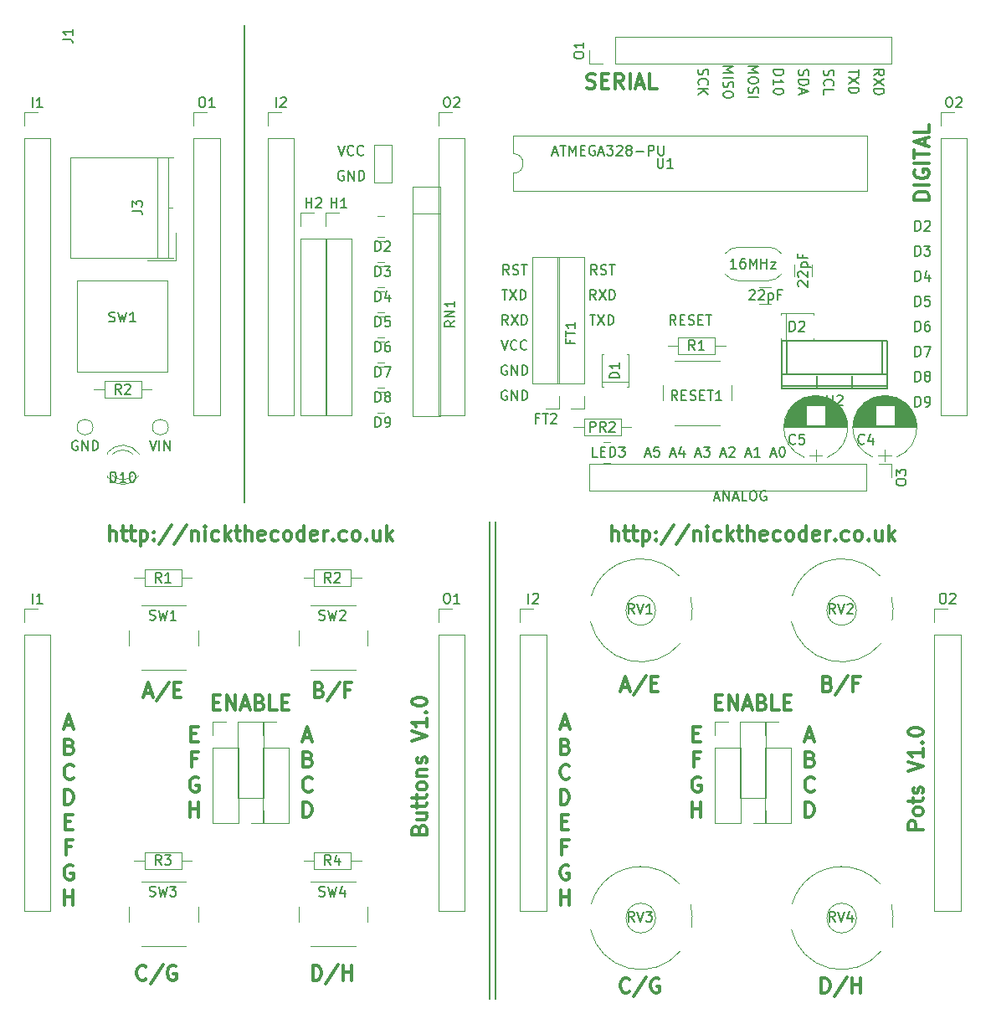
<source format=gbr>
G04 #@! TF.FileFunction,Legend,Top*
%FSLAX46Y46*%
G04 Gerber Fmt 4.6, Leading zero omitted, Abs format (unit mm)*
G04 Created by KiCad (PCBNEW 4.0.7+dfsg1-1~bpo9+1) date Thu Apr  5 11:27:44 2018*
%MOMM*%
%LPD*%
G01*
G04 APERTURE LIST*
%ADD10C,0.100000*%
%ADD11C,0.200000*%
%ADD12C,0.300000*%
%ADD13C,0.120000*%
%ADD14C,0.150000*%
G04 APERTURE END LIST*
D10*
D11*
X158686667Y-95337381D02*
X159020000Y-96337381D01*
X159353334Y-95337381D01*
X160258096Y-96242143D02*
X160210477Y-96289762D01*
X160067620Y-96337381D01*
X159972382Y-96337381D01*
X159829524Y-96289762D01*
X159734286Y-96194524D01*
X159686667Y-96099286D01*
X159639048Y-95908810D01*
X159639048Y-95765952D01*
X159686667Y-95575476D01*
X159734286Y-95480238D01*
X159829524Y-95385000D01*
X159972382Y-95337381D01*
X160067620Y-95337381D01*
X160210477Y-95385000D01*
X160258096Y-95432619D01*
X161258096Y-96242143D02*
X161210477Y-96289762D01*
X161067620Y-96337381D01*
X160972382Y-96337381D01*
X160829524Y-96289762D01*
X160734286Y-96194524D01*
X160686667Y-96099286D01*
X160639048Y-95908810D01*
X160639048Y-95765952D01*
X160686667Y-95575476D01*
X160734286Y-95480238D01*
X160829524Y-95385000D01*
X160972382Y-95337381D01*
X161067620Y-95337381D01*
X161210477Y-95385000D01*
X161258096Y-95432619D01*
X159258096Y-97925000D02*
X159162858Y-97877381D01*
X159020001Y-97877381D01*
X158877143Y-97925000D01*
X158781905Y-98020238D01*
X158734286Y-98115476D01*
X158686667Y-98305952D01*
X158686667Y-98448810D01*
X158734286Y-98639286D01*
X158781905Y-98734524D01*
X158877143Y-98829762D01*
X159020001Y-98877381D01*
X159115239Y-98877381D01*
X159258096Y-98829762D01*
X159305715Y-98782143D01*
X159305715Y-98448810D01*
X159115239Y-98448810D01*
X159734286Y-98877381D02*
X159734286Y-97877381D01*
X160305715Y-98877381D01*
X160305715Y-97877381D01*
X160781905Y-98877381D02*
X160781905Y-97877381D01*
X161020000Y-97877381D01*
X161162858Y-97925000D01*
X161258096Y-98020238D01*
X161305715Y-98115476D01*
X161353334Y-98305952D01*
X161353334Y-98448810D01*
X161305715Y-98639286D01*
X161258096Y-98734524D01*
X161162858Y-98829762D01*
X161020000Y-98877381D01*
X160781905Y-98877381D01*
X139620762Y-125182381D02*
X139954095Y-126182381D01*
X140287429Y-125182381D01*
X140620762Y-126182381D02*
X140620762Y-125182381D01*
X141096952Y-126182381D02*
X141096952Y-125182381D01*
X141668381Y-126182381D01*
X141668381Y-125182381D01*
X132334096Y-125230000D02*
X132238858Y-125182381D01*
X132096001Y-125182381D01*
X131953143Y-125230000D01*
X131857905Y-125325238D01*
X131810286Y-125420476D01*
X131762667Y-125610952D01*
X131762667Y-125753810D01*
X131810286Y-125944286D01*
X131857905Y-126039524D01*
X131953143Y-126134762D01*
X132096001Y-126182381D01*
X132191239Y-126182381D01*
X132334096Y-126134762D01*
X132381715Y-126087143D01*
X132381715Y-125753810D01*
X132191239Y-125753810D01*
X132810286Y-126182381D02*
X132810286Y-125182381D01*
X133381715Y-126182381D01*
X133381715Y-125182381D01*
X133857905Y-126182381D02*
X133857905Y-125182381D01*
X134096000Y-125182381D01*
X134238858Y-125230000D01*
X134334096Y-125325238D01*
X134381715Y-125420476D01*
X134429334Y-125610952D01*
X134429334Y-125753810D01*
X134381715Y-125944286D01*
X134334096Y-126039524D01*
X134238858Y-126134762D01*
X134096000Y-126182381D01*
X133857905Y-126182381D01*
X149225000Y-83185000D02*
X149225000Y-131445000D01*
X196770952Y-130976667D02*
X197247143Y-130976667D01*
X196675714Y-131262381D02*
X197009047Y-130262381D01*
X197342381Y-131262381D01*
X197675714Y-131262381D02*
X197675714Y-130262381D01*
X198247143Y-131262381D01*
X198247143Y-130262381D01*
X198675714Y-130976667D02*
X199151905Y-130976667D01*
X198580476Y-131262381D02*
X198913809Y-130262381D01*
X199247143Y-131262381D01*
X200056667Y-131262381D02*
X199580476Y-131262381D01*
X199580476Y-130262381D01*
X200580476Y-130262381D02*
X200770953Y-130262381D01*
X200866191Y-130310000D01*
X200961429Y-130405238D01*
X201009048Y-130595714D01*
X201009048Y-130929048D01*
X200961429Y-131119524D01*
X200866191Y-131214762D01*
X200770953Y-131262381D01*
X200580476Y-131262381D01*
X200485238Y-131214762D01*
X200390000Y-131119524D01*
X200342381Y-130929048D01*
X200342381Y-130595714D01*
X200390000Y-130405238D01*
X200485238Y-130310000D01*
X200580476Y-130262381D01*
X201961429Y-130310000D02*
X201866191Y-130262381D01*
X201723334Y-130262381D01*
X201580476Y-130310000D01*
X201485238Y-130405238D01*
X201437619Y-130500476D01*
X201390000Y-130690952D01*
X201390000Y-130833810D01*
X201437619Y-131024286D01*
X201485238Y-131119524D01*
X201580476Y-131214762D01*
X201723334Y-131262381D01*
X201818572Y-131262381D01*
X201961429Y-131214762D01*
X202009048Y-131167143D01*
X202009048Y-130833810D01*
X201818572Y-130833810D01*
X184872381Y-108402381D02*
X184539047Y-107926190D01*
X184300952Y-108402381D02*
X184300952Y-107402381D01*
X184681905Y-107402381D01*
X184777143Y-107450000D01*
X184824762Y-107497619D01*
X184872381Y-107592857D01*
X184872381Y-107735714D01*
X184824762Y-107830952D01*
X184777143Y-107878571D01*
X184681905Y-107926190D01*
X184300952Y-107926190D01*
X185253333Y-108354762D02*
X185396190Y-108402381D01*
X185634286Y-108402381D01*
X185729524Y-108354762D01*
X185777143Y-108307143D01*
X185824762Y-108211905D01*
X185824762Y-108116667D01*
X185777143Y-108021429D01*
X185729524Y-107973810D01*
X185634286Y-107926190D01*
X185443809Y-107878571D01*
X185348571Y-107830952D01*
X185300952Y-107783333D01*
X185253333Y-107688095D01*
X185253333Y-107592857D01*
X185300952Y-107497619D01*
X185348571Y-107450000D01*
X185443809Y-107402381D01*
X185681905Y-107402381D01*
X185824762Y-107450000D01*
X186110476Y-107402381D02*
X186681905Y-107402381D01*
X186396190Y-108402381D02*
X186396190Y-107402381D01*
X184158095Y-112482381D02*
X184729524Y-112482381D01*
X184443809Y-113482381D02*
X184443809Y-112482381D01*
X184967619Y-112482381D02*
X185634286Y-113482381D01*
X185634286Y-112482381D02*
X184967619Y-113482381D01*
X186015238Y-113482381D02*
X186015238Y-112482381D01*
X186253333Y-112482381D01*
X186396191Y-112530000D01*
X186491429Y-112625238D01*
X186539048Y-112720476D01*
X186586667Y-112910952D01*
X186586667Y-113053810D01*
X186539048Y-113244286D01*
X186491429Y-113339524D01*
X186396191Y-113434762D01*
X186253333Y-113482381D01*
X186015238Y-113482381D01*
X184753334Y-110942381D02*
X184420000Y-110466190D01*
X184181905Y-110942381D02*
X184181905Y-109942381D01*
X184562858Y-109942381D01*
X184658096Y-109990000D01*
X184705715Y-110037619D01*
X184753334Y-110132857D01*
X184753334Y-110275714D01*
X184705715Y-110370952D01*
X184658096Y-110418571D01*
X184562858Y-110466190D01*
X184181905Y-110466190D01*
X185086667Y-109942381D02*
X185753334Y-110942381D01*
X185753334Y-109942381D02*
X185086667Y-110942381D01*
X186134286Y-110942381D02*
X186134286Y-109942381D01*
X186372381Y-109942381D01*
X186515239Y-109990000D01*
X186610477Y-110085238D01*
X186658096Y-110180476D01*
X186705715Y-110370952D01*
X186705715Y-110513810D01*
X186658096Y-110704286D01*
X186610477Y-110799524D01*
X186515239Y-110894762D01*
X186372381Y-110942381D01*
X186134286Y-110942381D01*
X197667619Y-87328572D02*
X198667619Y-87328572D01*
X197953333Y-87661906D01*
X198667619Y-87995239D01*
X197667619Y-87995239D01*
X197667619Y-88471429D02*
X198667619Y-88471429D01*
X197715238Y-88900000D02*
X197667619Y-89042857D01*
X197667619Y-89280953D01*
X197715238Y-89376191D01*
X197762857Y-89423810D01*
X197858095Y-89471429D01*
X197953333Y-89471429D01*
X198048571Y-89423810D01*
X198096190Y-89376191D01*
X198143810Y-89280953D01*
X198191429Y-89090476D01*
X198239048Y-88995238D01*
X198286667Y-88947619D01*
X198381905Y-88900000D01*
X198477143Y-88900000D01*
X198572381Y-88947619D01*
X198620000Y-88995238D01*
X198667619Y-89090476D01*
X198667619Y-89328572D01*
X198620000Y-89471429D01*
X198667619Y-90090476D02*
X198667619Y-90280953D01*
X198620000Y-90376191D01*
X198524762Y-90471429D01*
X198334286Y-90519048D01*
X198000952Y-90519048D01*
X197810476Y-90471429D01*
X197715238Y-90376191D01*
X197667619Y-90280953D01*
X197667619Y-90090476D01*
X197715238Y-89995238D01*
X197810476Y-89900000D01*
X198000952Y-89852381D01*
X198334286Y-89852381D01*
X198524762Y-89900000D01*
X198620000Y-89995238D01*
X198667619Y-90090476D01*
X202485714Y-126531667D02*
X202961905Y-126531667D01*
X202390476Y-126817381D02*
X202723809Y-125817381D01*
X203057143Y-126817381D01*
X203580952Y-125817381D02*
X203676191Y-125817381D01*
X203771429Y-125865000D01*
X203819048Y-125912619D01*
X203866667Y-126007857D01*
X203914286Y-126198333D01*
X203914286Y-126436429D01*
X203866667Y-126626905D01*
X203819048Y-126722143D01*
X203771429Y-126769762D01*
X203676191Y-126817381D01*
X203580952Y-126817381D01*
X203485714Y-126769762D01*
X203438095Y-126722143D01*
X203390476Y-126626905D01*
X203342857Y-126436429D01*
X203342857Y-126198333D01*
X203390476Y-126007857D01*
X203438095Y-125912619D01*
X203485714Y-125865000D01*
X203580952Y-125817381D01*
X199945714Y-126531667D02*
X200421905Y-126531667D01*
X199850476Y-126817381D02*
X200183809Y-125817381D01*
X200517143Y-126817381D01*
X201374286Y-126817381D02*
X200802857Y-126817381D01*
X201088571Y-126817381D02*
X201088571Y-125817381D01*
X200993333Y-125960238D01*
X200898095Y-126055476D01*
X200802857Y-126103095D01*
X189785714Y-126531667D02*
X190261905Y-126531667D01*
X189690476Y-126817381D02*
X190023809Y-125817381D01*
X190357143Y-126817381D01*
X191166667Y-125817381D02*
X190690476Y-125817381D01*
X190642857Y-126293571D01*
X190690476Y-126245952D01*
X190785714Y-126198333D01*
X191023810Y-126198333D01*
X191119048Y-126245952D01*
X191166667Y-126293571D01*
X191214286Y-126388810D01*
X191214286Y-126626905D01*
X191166667Y-126722143D01*
X191119048Y-126769762D01*
X191023810Y-126817381D01*
X190785714Y-126817381D01*
X190690476Y-126769762D01*
X190642857Y-126722143D01*
X192325714Y-126531667D02*
X192801905Y-126531667D01*
X192230476Y-126817381D02*
X192563809Y-125817381D01*
X192897143Y-126817381D01*
X193659048Y-126150714D02*
X193659048Y-126817381D01*
X193420952Y-125769762D02*
X193182857Y-126484048D01*
X193801905Y-126484048D01*
X194865714Y-126531667D02*
X195341905Y-126531667D01*
X194770476Y-126817381D02*
X195103809Y-125817381D01*
X195437143Y-126817381D01*
X195675238Y-125817381D02*
X196294286Y-125817381D01*
X195960952Y-126198333D01*
X196103810Y-126198333D01*
X196199048Y-126245952D01*
X196246667Y-126293571D01*
X196294286Y-126388810D01*
X196294286Y-126626905D01*
X196246667Y-126722143D01*
X196199048Y-126769762D01*
X196103810Y-126817381D01*
X195818095Y-126817381D01*
X195722857Y-126769762D01*
X195675238Y-126722143D01*
X197405714Y-126531667D02*
X197881905Y-126531667D01*
X197310476Y-126817381D02*
X197643809Y-125817381D01*
X197977143Y-126817381D01*
X198262857Y-125912619D02*
X198310476Y-125865000D01*
X198405714Y-125817381D01*
X198643810Y-125817381D01*
X198739048Y-125865000D01*
X198786667Y-125912619D01*
X198834286Y-126007857D01*
X198834286Y-126103095D01*
X198786667Y-126245952D01*
X198215238Y-126817381D01*
X198834286Y-126817381D01*
X175863334Y-113482381D02*
X175530000Y-113006190D01*
X175291905Y-113482381D02*
X175291905Y-112482381D01*
X175672858Y-112482381D01*
X175768096Y-112530000D01*
X175815715Y-112577619D01*
X175863334Y-112672857D01*
X175863334Y-112815714D01*
X175815715Y-112910952D01*
X175768096Y-112958571D01*
X175672858Y-113006190D01*
X175291905Y-113006190D01*
X176196667Y-112482381D02*
X176863334Y-113482381D01*
X176863334Y-112482381D02*
X176196667Y-113482381D01*
X177244286Y-113482381D02*
X177244286Y-112482381D01*
X177482381Y-112482381D01*
X177625239Y-112530000D01*
X177720477Y-112625238D01*
X177768096Y-112720476D01*
X177815715Y-112910952D01*
X177815715Y-113053810D01*
X177768096Y-113244286D01*
X177720477Y-113339524D01*
X177625239Y-113434762D01*
X177482381Y-113482381D01*
X177244286Y-113482381D01*
X195175238Y-87614286D02*
X195127619Y-87757143D01*
X195127619Y-87995239D01*
X195175238Y-88090477D01*
X195222857Y-88138096D01*
X195318095Y-88185715D01*
X195413333Y-88185715D01*
X195508571Y-88138096D01*
X195556190Y-88090477D01*
X195603810Y-87995239D01*
X195651429Y-87804762D01*
X195699048Y-87709524D01*
X195746667Y-87661905D01*
X195841905Y-87614286D01*
X195937143Y-87614286D01*
X196032381Y-87661905D01*
X196080000Y-87709524D01*
X196127619Y-87804762D01*
X196127619Y-88042858D01*
X196080000Y-88185715D01*
X195222857Y-89185715D02*
X195175238Y-89138096D01*
X195127619Y-88995239D01*
X195127619Y-88900001D01*
X195175238Y-88757143D01*
X195270476Y-88661905D01*
X195365714Y-88614286D01*
X195556190Y-88566667D01*
X195699048Y-88566667D01*
X195889524Y-88614286D01*
X195984762Y-88661905D01*
X196080000Y-88757143D01*
X196127619Y-88900001D01*
X196127619Y-88995239D01*
X196080000Y-89138096D01*
X196032381Y-89185715D01*
X195127619Y-89614286D02*
X196127619Y-89614286D01*
X195127619Y-90185715D02*
X195699048Y-89757143D01*
X196127619Y-90185715D02*
X195556190Y-89614286D01*
X192857619Y-113482381D02*
X192524285Y-113006190D01*
X192286190Y-113482381D02*
X192286190Y-112482381D01*
X192667143Y-112482381D01*
X192762381Y-112530000D01*
X192810000Y-112577619D01*
X192857619Y-112672857D01*
X192857619Y-112815714D01*
X192810000Y-112910952D01*
X192762381Y-112958571D01*
X192667143Y-113006190D01*
X192286190Y-113006190D01*
X193286190Y-112958571D02*
X193619524Y-112958571D01*
X193762381Y-113482381D02*
X193286190Y-113482381D01*
X193286190Y-112482381D01*
X193762381Y-112482381D01*
X194143333Y-113434762D02*
X194286190Y-113482381D01*
X194524286Y-113482381D01*
X194619524Y-113434762D01*
X194667143Y-113387143D01*
X194714762Y-113291905D01*
X194714762Y-113196667D01*
X194667143Y-113101429D01*
X194619524Y-113053810D01*
X194524286Y-113006190D01*
X194333809Y-112958571D01*
X194238571Y-112910952D01*
X194190952Y-112863333D01*
X194143333Y-112768095D01*
X194143333Y-112672857D01*
X194190952Y-112577619D01*
X194238571Y-112530000D01*
X194333809Y-112482381D01*
X194571905Y-112482381D01*
X194714762Y-112530000D01*
X195143333Y-112958571D02*
X195476667Y-112958571D01*
X195619524Y-113482381D02*
X195143333Y-113482381D01*
X195143333Y-112482381D01*
X195619524Y-112482381D01*
X195905238Y-112482381D02*
X196476667Y-112482381D01*
X196190952Y-113482381D02*
X196190952Y-112482381D01*
X175768096Y-117610000D02*
X175672858Y-117562381D01*
X175530001Y-117562381D01*
X175387143Y-117610000D01*
X175291905Y-117705238D01*
X175244286Y-117800476D01*
X175196667Y-117990952D01*
X175196667Y-118133810D01*
X175244286Y-118324286D01*
X175291905Y-118419524D01*
X175387143Y-118514762D01*
X175530001Y-118562381D01*
X175625239Y-118562381D01*
X175768096Y-118514762D01*
X175815715Y-118467143D01*
X175815715Y-118133810D01*
X175625239Y-118133810D01*
X176244286Y-118562381D02*
X176244286Y-117562381D01*
X176815715Y-118562381D01*
X176815715Y-117562381D01*
X177291905Y-118562381D02*
X177291905Y-117562381D01*
X177530000Y-117562381D01*
X177672858Y-117610000D01*
X177768096Y-117705238D01*
X177815715Y-117800476D01*
X177863334Y-117990952D01*
X177863334Y-118133810D01*
X177815715Y-118324286D01*
X177768096Y-118419524D01*
X177672858Y-118514762D01*
X177530000Y-118562381D01*
X177291905Y-118562381D01*
X175196667Y-115022381D02*
X175530000Y-116022381D01*
X175863334Y-115022381D01*
X176768096Y-115927143D02*
X176720477Y-115974762D01*
X176577620Y-116022381D01*
X176482382Y-116022381D01*
X176339524Y-115974762D01*
X176244286Y-115879524D01*
X176196667Y-115784286D01*
X176149048Y-115593810D01*
X176149048Y-115450952D01*
X176196667Y-115260476D01*
X176244286Y-115165238D01*
X176339524Y-115070000D01*
X176482382Y-115022381D01*
X176577620Y-115022381D01*
X176720477Y-115070000D01*
X176768096Y-115117619D01*
X177768096Y-115927143D02*
X177720477Y-115974762D01*
X177577620Y-116022381D01*
X177482382Y-116022381D01*
X177339524Y-115974762D01*
X177244286Y-115879524D01*
X177196667Y-115784286D01*
X177149048Y-115593810D01*
X177149048Y-115450952D01*
X177196667Y-115260476D01*
X177244286Y-115165238D01*
X177339524Y-115070000D01*
X177482382Y-115022381D01*
X177577620Y-115022381D01*
X177720477Y-115070000D01*
X177768096Y-115117619D01*
X175268095Y-109942381D02*
X175839524Y-109942381D01*
X175553809Y-110942381D02*
X175553809Y-109942381D01*
X176077619Y-109942381D02*
X176744286Y-110942381D01*
X176744286Y-109942381D02*
X176077619Y-110942381D01*
X177125238Y-110942381D02*
X177125238Y-109942381D01*
X177363333Y-109942381D01*
X177506191Y-109990000D01*
X177601429Y-110085238D01*
X177649048Y-110180476D01*
X177696667Y-110370952D01*
X177696667Y-110513810D01*
X177649048Y-110704286D01*
X177601429Y-110799524D01*
X177506191Y-110894762D01*
X177363333Y-110942381D01*
X177125238Y-110942381D01*
X175982381Y-108402381D02*
X175649047Y-107926190D01*
X175410952Y-108402381D02*
X175410952Y-107402381D01*
X175791905Y-107402381D01*
X175887143Y-107450000D01*
X175934762Y-107497619D01*
X175982381Y-107592857D01*
X175982381Y-107735714D01*
X175934762Y-107830952D01*
X175887143Y-107878571D01*
X175791905Y-107926190D01*
X175410952Y-107926190D01*
X176363333Y-108354762D02*
X176506190Y-108402381D01*
X176744286Y-108402381D01*
X176839524Y-108354762D01*
X176887143Y-108307143D01*
X176934762Y-108211905D01*
X176934762Y-108116667D01*
X176887143Y-108021429D01*
X176839524Y-107973810D01*
X176744286Y-107926190D01*
X176553809Y-107878571D01*
X176458571Y-107830952D01*
X176410952Y-107783333D01*
X176363333Y-107688095D01*
X176363333Y-107592857D01*
X176410952Y-107497619D01*
X176458571Y-107450000D01*
X176553809Y-107402381D01*
X176791905Y-107402381D01*
X176934762Y-107450000D01*
X177220476Y-107402381D02*
X177791905Y-107402381D01*
X177506190Y-108402381D02*
X177506190Y-107402381D01*
X175768096Y-120150000D02*
X175672858Y-120102381D01*
X175530001Y-120102381D01*
X175387143Y-120150000D01*
X175291905Y-120245238D01*
X175244286Y-120340476D01*
X175196667Y-120530952D01*
X175196667Y-120673810D01*
X175244286Y-120864286D01*
X175291905Y-120959524D01*
X175387143Y-121054762D01*
X175530001Y-121102381D01*
X175625239Y-121102381D01*
X175768096Y-121054762D01*
X175815715Y-121007143D01*
X175815715Y-120673810D01*
X175625239Y-120673810D01*
X176244286Y-121102381D02*
X176244286Y-120102381D01*
X176815715Y-121102381D01*
X176815715Y-120102381D01*
X177291905Y-121102381D02*
X177291905Y-120102381D01*
X177530000Y-120102381D01*
X177672858Y-120150000D01*
X177768096Y-120245238D01*
X177815715Y-120340476D01*
X177863334Y-120530952D01*
X177863334Y-120673810D01*
X177815715Y-120864286D01*
X177768096Y-120959524D01*
X177672858Y-121054762D01*
X177530000Y-121102381D01*
X177291905Y-121102381D01*
X212907619Y-88233334D02*
X213383810Y-87900000D01*
X212907619Y-87661905D02*
X213907619Y-87661905D01*
X213907619Y-88042858D01*
X213860000Y-88138096D01*
X213812381Y-88185715D01*
X213717143Y-88233334D01*
X213574286Y-88233334D01*
X213479048Y-88185715D01*
X213431429Y-88138096D01*
X213383810Y-88042858D01*
X213383810Y-87661905D01*
X213907619Y-88566667D02*
X212907619Y-89233334D01*
X213907619Y-89233334D02*
X212907619Y-88566667D01*
X212907619Y-89614286D02*
X213907619Y-89614286D01*
X213907619Y-89852381D01*
X213860000Y-89995239D01*
X213764762Y-90090477D01*
X213669524Y-90138096D01*
X213479048Y-90185715D01*
X213336190Y-90185715D01*
X213145714Y-90138096D01*
X213050476Y-90090477D01*
X212955238Y-89995239D01*
X212907619Y-89852381D01*
X212907619Y-89614286D01*
X207875238Y-87709524D02*
X207827619Y-87852381D01*
X207827619Y-88090477D01*
X207875238Y-88185715D01*
X207922857Y-88233334D01*
X208018095Y-88280953D01*
X208113333Y-88280953D01*
X208208571Y-88233334D01*
X208256190Y-88185715D01*
X208303810Y-88090477D01*
X208351429Y-87900000D01*
X208399048Y-87804762D01*
X208446667Y-87757143D01*
X208541905Y-87709524D01*
X208637143Y-87709524D01*
X208732381Y-87757143D01*
X208780000Y-87804762D01*
X208827619Y-87900000D01*
X208827619Y-88138096D01*
X208780000Y-88280953D01*
X207922857Y-89280953D02*
X207875238Y-89233334D01*
X207827619Y-89090477D01*
X207827619Y-88995239D01*
X207875238Y-88852381D01*
X207970476Y-88757143D01*
X208065714Y-88709524D01*
X208256190Y-88661905D01*
X208399048Y-88661905D01*
X208589524Y-88709524D01*
X208684762Y-88757143D01*
X208780000Y-88852381D01*
X208827619Y-88995239D01*
X208827619Y-89090477D01*
X208780000Y-89233334D01*
X208732381Y-89280953D01*
X207827619Y-90185715D02*
X207827619Y-89709524D01*
X208827619Y-89709524D01*
X205335238Y-87685714D02*
X205287619Y-87828571D01*
X205287619Y-88066667D01*
X205335238Y-88161905D01*
X205382857Y-88209524D01*
X205478095Y-88257143D01*
X205573333Y-88257143D01*
X205668571Y-88209524D01*
X205716190Y-88161905D01*
X205763810Y-88066667D01*
X205811429Y-87876190D01*
X205859048Y-87780952D01*
X205906667Y-87733333D01*
X206001905Y-87685714D01*
X206097143Y-87685714D01*
X206192381Y-87733333D01*
X206240000Y-87780952D01*
X206287619Y-87876190D01*
X206287619Y-88114286D01*
X206240000Y-88257143D01*
X205287619Y-88685714D02*
X206287619Y-88685714D01*
X206287619Y-88923809D01*
X206240000Y-89066667D01*
X206144762Y-89161905D01*
X206049524Y-89209524D01*
X205859048Y-89257143D01*
X205716190Y-89257143D01*
X205525714Y-89209524D01*
X205430476Y-89161905D01*
X205335238Y-89066667D01*
X205287619Y-88923809D01*
X205287619Y-88685714D01*
X205573333Y-89638095D02*
X205573333Y-90114286D01*
X205287619Y-89542857D02*
X206287619Y-89876190D01*
X205287619Y-90209524D01*
X211367619Y-87638095D02*
X211367619Y-88209524D01*
X210367619Y-87923809D02*
X211367619Y-87923809D01*
X211367619Y-88447619D02*
X210367619Y-89114286D01*
X211367619Y-89114286D02*
X210367619Y-88447619D01*
X210367619Y-89495238D02*
X211367619Y-89495238D01*
X211367619Y-89733333D01*
X211320000Y-89876191D01*
X211224762Y-89971429D01*
X211129524Y-90019048D01*
X210939048Y-90066667D01*
X210796190Y-90066667D01*
X210605714Y-90019048D01*
X210510476Y-89971429D01*
X210415238Y-89876191D01*
X210367619Y-89733333D01*
X210367619Y-89495238D01*
X202747619Y-87685714D02*
X203747619Y-87685714D01*
X203747619Y-87923809D01*
X203700000Y-88066667D01*
X203604762Y-88161905D01*
X203509524Y-88209524D01*
X203319048Y-88257143D01*
X203176190Y-88257143D01*
X202985714Y-88209524D01*
X202890476Y-88161905D01*
X202795238Y-88066667D01*
X202747619Y-87923809D01*
X202747619Y-87685714D01*
X202747619Y-89209524D02*
X202747619Y-88638095D01*
X202747619Y-88923809D02*
X203747619Y-88923809D01*
X203604762Y-88828571D01*
X203509524Y-88733333D01*
X203461905Y-88638095D01*
X203747619Y-89828571D02*
X203747619Y-89923810D01*
X203700000Y-90019048D01*
X203652381Y-90066667D01*
X203557143Y-90114286D01*
X203366667Y-90161905D01*
X203128571Y-90161905D01*
X202938095Y-90114286D01*
X202842857Y-90066667D01*
X202795238Y-90019048D01*
X202747619Y-89923810D01*
X202747619Y-89828571D01*
X202795238Y-89733333D01*
X202842857Y-89685714D01*
X202938095Y-89638095D01*
X203128571Y-89590476D01*
X203366667Y-89590476D01*
X203557143Y-89638095D01*
X203652381Y-89685714D01*
X203700000Y-89733333D01*
X203747619Y-89828571D01*
X200207619Y-87328572D02*
X201207619Y-87328572D01*
X200493333Y-87661906D01*
X201207619Y-87995239D01*
X200207619Y-87995239D01*
X201207619Y-88661905D02*
X201207619Y-88852382D01*
X201160000Y-88947620D01*
X201064762Y-89042858D01*
X200874286Y-89090477D01*
X200540952Y-89090477D01*
X200350476Y-89042858D01*
X200255238Y-88947620D01*
X200207619Y-88852382D01*
X200207619Y-88661905D01*
X200255238Y-88566667D01*
X200350476Y-88471429D01*
X200540952Y-88423810D01*
X200874286Y-88423810D01*
X201064762Y-88471429D01*
X201160000Y-88566667D01*
X201207619Y-88661905D01*
X200255238Y-89471429D02*
X200207619Y-89614286D01*
X200207619Y-89852382D01*
X200255238Y-89947620D01*
X200302857Y-89995239D01*
X200398095Y-90042858D01*
X200493333Y-90042858D01*
X200588571Y-89995239D01*
X200636190Y-89947620D01*
X200683810Y-89852382D01*
X200731429Y-89661905D01*
X200779048Y-89566667D01*
X200826667Y-89519048D01*
X200921905Y-89471429D01*
X201017143Y-89471429D01*
X201112381Y-89519048D01*
X201160000Y-89566667D01*
X201207619Y-89661905D01*
X201207619Y-89900001D01*
X201160000Y-90042858D01*
X200207619Y-90471429D02*
X201207619Y-90471429D01*
X217066905Y-121737381D02*
X217066905Y-120737381D01*
X217305000Y-120737381D01*
X217447858Y-120785000D01*
X217543096Y-120880238D01*
X217590715Y-120975476D01*
X217638334Y-121165952D01*
X217638334Y-121308810D01*
X217590715Y-121499286D01*
X217543096Y-121594524D01*
X217447858Y-121689762D01*
X217305000Y-121737381D01*
X217066905Y-121737381D01*
X218114524Y-121737381D02*
X218305000Y-121737381D01*
X218400239Y-121689762D01*
X218447858Y-121642143D01*
X218543096Y-121499286D01*
X218590715Y-121308810D01*
X218590715Y-120927857D01*
X218543096Y-120832619D01*
X218495477Y-120785000D01*
X218400239Y-120737381D01*
X218209762Y-120737381D01*
X218114524Y-120785000D01*
X218066905Y-120832619D01*
X218019286Y-120927857D01*
X218019286Y-121165952D01*
X218066905Y-121261190D01*
X218114524Y-121308810D01*
X218209762Y-121356429D01*
X218400239Y-121356429D01*
X218495477Y-121308810D01*
X218543096Y-121261190D01*
X218590715Y-121165952D01*
X217066905Y-119197381D02*
X217066905Y-118197381D01*
X217305000Y-118197381D01*
X217447858Y-118245000D01*
X217543096Y-118340238D01*
X217590715Y-118435476D01*
X217638334Y-118625952D01*
X217638334Y-118768810D01*
X217590715Y-118959286D01*
X217543096Y-119054524D01*
X217447858Y-119149762D01*
X217305000Y-119197381D01*
X217066905Y-119197381D01*
X218209762Y-118625952D02*
X218114524Y-118578333D01*
X218066905Y-118530714D01*
X218019286Y-118435476D01*
X218019286Y-118387857D01*
X218066905Y-118292619D01*
X218114524Y-118245000D01*
X218209762Y-118197381D01*
X218400239Y-118197381D01*
X218495477Y-118245000D01*
X218543096Y-118292619D01*
X218590715Y-118387857D01*
X218590715Y-118435476D01*
X218543096Y-118530714D01*
X218495477Y-118578333D01*
X218400239Y-118625952D01*
X218209762Y-118625952D01*
X218114524Y-118673571D01*
X218066905Y-118721190D01*
X218019286Y-118816429D01*
X218019286Y-119006905D01*
X218066905Y-119102143D01*
X218114524Y-119149762D01*
X218209762Y-119197381D01*
X218400239Y-119197381D01*
X218495477Y-119149762D01*
X218543096Y-119102143D01*
X218590715Y-119006905D01*
X218590715Y-118816429D01*
X218543096Y-118721190D01*
X218495477Y-118673571D01*
X218400239Y-118625952D01*
X217066905Y-116657381D02*
X217066905Y-115657381D01*
X217305000Y-115657381D01*
X217447858Y-115705000D01*
X217543096Y-115800238D01*
X217590715Y-115895476D01*
X217638334Y-116085952D01*
X217638334Y-116228810D01*
X217590715Y-116419286D01*
X217543096Y-116514524D01*
X217447858Y-116609762D01*
X217305000Y-116657381D01*
X217066905Y-116657381D01*
X217971667Y-115657381D02*
X218638334Y-115657381D01*
X218209762Y-116657381D01*
X217066905Y-114117381D02*
X217066905Y-113117381D01*
X217305000Y-113117381D01*
X217447858Y-113165000D01*
X217543096Y-113260238D01*
X217590715Y-113355476D01*
X217638334Y-113545952D01*
X217638334Y-113688810D01*
X217590715Y-113879286D01*
X217543096Y-113974524D01*
X217447858Y-114069762D01*
X217305000Y-114117381D01*
X217066905Y-114117381D01*
X218495477Y-113117381D02*
X218305000Y-113117381D01*
X218209762Y-113165000D01*
X218162143Y-113212619D01*
X218066905Y-113355476D01*
X218019286Y-113545952D01*
X218019286Y-113926905D01*
X218066905Y-114022143D01*
X218114524Y-114069762D01*
X218209762Y-114117381D01*
X218400239Y-114117381D01*
X218495477Y-114069762D01*
X218543096Y-114022143D01*
X218590715Y-113926905D01*
X218590715Y-113688810D01*
X218543096Y-113593571D01*
X218495477Y-113545952D01*
X218400239Y-113498333D01*
X218209762Y-113498333D01*
X218114524Y-113545952D01*
X218066905Y-113593571D01*
X218019286Y-113688810D01*
X217066905Y-111577381D02*
X217066905Y-110577381D01*
X217305000Y-110577381D01*
X217447858Y-110625000D01*
X217543096Y-110720238D01*
X217590715Y-110815476D01*
X217638334Y-111005952D01*
X217638334Y-111148810D01*
X217590715Y-111339286D01*
X217543096Y-111434524D01*
X217447858Y-111529762D01*
X217305000Y-111577381D01*
X217066905Y-111577381D01*
X218543096Y-110577381D02*
X218066905Y-110577381D01*
X218019286Y-111053571D01*
X218066905Y-111005952D01*
X218162143Y-110958333D01*
X218400239Y-110958333D01*
X218495477Y-111005952D01*
X218543096Y-111053571D01*
X218590715Y-111148810D01*
X218590715Y-111386905D01*
X218543096Y-111482143D01*
X218495477Y-111529762D01*
X218400239Y-111577381D01*
X218162143Y-111577381D01*
X218066905Y-111529762D01*
X218019286Y-111482143D01*
X217066905Y-109037381D02*
X217066905Y-108037381D01*
X217305000Y-108037381D01*
X217447858Y-108085000D01*
X217543096Y-108180238D01*
X217590715Y-108275476D01*
X217638334Y-108465952D01*
X217638334Y-108608810D01*
X217590715Y-108799286D01*
X217543096Y-108894524D01*
X217447858Y-108989762D01*
X217305000Y-109037381D01*
X217066905Y-109037381D01*
X218495477Y-108370714D02*
X218495477Y-109037381D01*
X218257381Y-107989762D02*
X218019286Y-108704048D01*
X218638334Y-108704048D01*
X217066905Y-106497381D02*
X217066905Y-105497381D01*
X217305000Y-105497381D01*
X217447858Y-105545000D01*
X217543096Y-105640238D01*
X217590715Y-105735476D01*
X217638334Y-105925952D01*
X217638334Y-106068810D01*
X217590715Y-106259286D01*
X217543096Y-106354524D01*
X217447858Y-106449762D01*
X217305000Y-106497381D01*
X217066905Y-106497381D01*
X217971667Y-105497381D02*
X218590715Y-105497381D01*
X218257381Y-105878333D01*
X218400239Y-105878333D01*
X218495477Y-105925952D01*
X218543096Y-105973571D01*
X218590715Y-106068810D01*
X218590715Y-106306905D01*
X218543096Y-106402143D01*
X218495477Y-106449762D01*
X218400239Y-106497381D01*
X218114524Y-106497381D01*
X218019286Y-106449762D01*
X217971667Y-106402143D01*
X217066905Y-103957381D02*
X217066905Y-102957381D01*
X217305000Y-102957381D01*
X217447858Y-103005000D01*
X217543096Y-103100238D01*
X217590715Y-103195476D01*
X217638334Y-103385952D01*
X217638334Y-103528810D01*
X217590715Y-103719286D01*
X217543096Y-103814524D01*
X217447858Y-103909762D01*
X217305000Y-103957381D01*
X217066905Y-103957381D01*
X218019286Y-103052619D02*
X218066905Y-103005000D01*
X218162143Y-102957381D01*
X218400239Y-102957381D01*
X218495477Y-103005000D01*
X218543096Y-103052619D01*
X218590715Y-103147857D01*
X218590715Y-103243095D01*
X218543096Y-103385952D01*
X217971667Y-103957381D01*
X218590715Y-103957381D01*
D12*
X183860714Y-89507143D02*
X184075000Y-89578571D01*
X184432143Y-89578571D01*
X184575000Y-89507143D01*
X184646429Y-89435714D01*
X184717857Y-89292857D01*
X184717857Y-89150000D01*
X184646429Y-89007143D01*
X184575000Y-88935714D01*
X184432143Y-88864286D01*
X184146429Y-88792857D01*
X184003571Y-88721429D01*
X183932143Y-88650000D01*
X183860714Y-88507143D01*
X183860714Y-88364286D01*
X183932143Y-88221429D01*
X184003571Y-88150000D01*
X184146429Y-88078571D01*
X184503571Y-88078571D01*
X184717857Y-88150000D01*
X185360714Y-88792857D02*
X185860714Y-88792857D01*
X186075000Y-89578571D02*
X185360714Y-89578571D01*
X185360714Y-88078571D01*
X186075000Y-88078571D01*
X187575000Y-89578571D02*
X187075000Y-88864286D01*
X186717857Y-89578571D02*
X186717857Y-88078571D01*
X187289285Y-88078571D01*
X187432143Y-88150000D01*
X187503571Y-88221429D01*
X187575000Y-88364286D01*
X187575000Y-88578571D01*
X187503571Y-88721429D01*
X187432143Y-88792857D01*
X187289285Y-88864286D01*
X186717857Y-88864286D01*
X188217857Y-89578571D02*
X188217857Y-88078571D01*
X188860714Y-89150000D02*
X189575000Y-89150000D01*
X188717857Y-89578571D02*
X189217857Y-88078571D01*
X189717857Y-89578571D01*
X190932143Y-89578571D02*
X190217857Y-89578571D01*
X190217857Y-88078571D01*
X218483571Y-100833571D02*
X216983571Y-100833571D01*
X216983571Y-100476428D01*
X217055000Y-100262143D01*
X217197857Y-100119285D01*
X217340714Y-100047857D01*
X217626429Y-99976428D01*
X217840714Y-99976428D01*
X218126429Y-100047857D01*
X218269286Y-100119285D01*
X218412143Y-100262143D01*
X218483571Y-100476428D01*
X218483571Y-100833571D01*
X218483571Y-99333571D02*
X216983571Y-99333571D01*
X217055000Y-97833571D02*
X216983571Y-97976428D01*
X216983571Y-98190714D01*
X217055000Y-98404999D01*
X217197857Y-98547857D01*
X217340714Y-98619285D01*
X217626429Y-98690714D01*
X217840714Y-98690714D01*
X218126429Y-98619285D01*
X218269286Y-98547857D01*
X218412143Y-98404999D01*
X218483571Y-98190714D01*
X218483571Y-98047857D01*
X218412143Y-97833571D01*
X218340714Y-97762142D01*
X217840714Y-97762142D01*
X217840714Y-98047857D01*
X218483571Y-97119285D02*
X216983571Y-97119285D01*
X216983571Y-96619285D02*
X216983571Y-95762142D01*
X218483571Y-96190713D02*
X216983571Y-96190713D01*
X218055000Y-95333571D02*
X218055000Y-94619285D01*
X218483571Y-95476428D02*
X216983571Y-94976428D01*
X218483571Y-94476428D01*
X218483571Y-93262142D02*
X218483571Y-93976428D01*
X216983571Y-93976428D01*
X181181429Y-172128571D02*
X181181429Y-170628571D01*
X181181429Y-171342857D02*
X182038572Y-171342857D01*
X182038572Y-172128571D02*
X182038572Y-170628571D01*
X182002857Y-168160000D02*
X181860000Y-168088571D01*
X181645714Y-168088571D01*
X181431429Y-168160000D01*
X181288571Y-168302857D01*
X181217143Y-168445714D01*
X181145714Y-168731429D01*
X181145714Y-168945714D01*
X181217143Y-169231429D01*
X181288571Y-169374286D01*
X181431429Y-169517143D01*
X181645714Y-169588571D01*
X181788571Y-169588571D01*
X182002857Y-169517143D01*
X182074286Y-169445714D01*
X182074286Y-168945714D01*
X181788571Y-168945714D01*
X181824286Y-166262857D02*
X181324286Y-166262857D01*
X181324286Y-167048571D02*
X181324286Y-165548571D01*
X182038572Y-165548571D01*
X181288572Y-163722857D02*
X181788572Y-163722857D01*
X182002858Y-164508571D02*
X181288572Y-164508571D01*
X181288572Y-163008571D01*
X182002858Y-163008571D01*
X181217143Y-161968571D02*
X181217143Y-160468571D01*
X181574286Y-160468571D01*
X181788571Y-160540000D01*
X181931429Y-160682857D01*
X182002857Y-160825714D01*
X182074286Y-161111429D01*
X182074286Y-161325714D01*
X182002857Y-161611429D01*
X181931429Y-161754286D01*
X181788571Y-161897143D01*
X181574286Y-161968571D01*
X181217143Y-161968571D01*
X182074286Y-159285714D02*
X182002857Y-159357143D01*
X181788571Y-159428571D01*
X181645714Y-159428571D01*
X181431429Y-159357143D01*
X181288571Y-159214286D01*
X181217143Y-159071429D01*
X181145714Y-158785714D01*
X181145714Y-158571429D01*
X181217143Y-158285714D01*
X181288571Y-158142857D01*
X181431429Y-158000000D01*
X181645714Y-157928571D01*
X181788571Y-157928571D01*
X182002857Y-158000000D01*
X182074286Y-158071429D01*
X181717143Y-156102857D02*
X181931429Y-156174286D01*
X182002857Y-156245714D01*
X182074286Y-156388571D01*
X182074286Y-156602857D01*
X182002857Y-156745714D01*
X181931429Y-156817143D01*
X181788571Y-156888571D01*
X181217143Y-156888571D01*
X181217143Y-155388571D01*
X181717143Y-155388571D01*
X181860000Y-155460000D01*
X181931429Y-155531429D01*
X182002857Y-155674286D01*
X182002857Y-155817143D01*
X181931429Y-155960000D01*
X181860000Y-156031429D01*
X181717143Y-156102857D01*
X181217143Y-156102857D01*
X181252857Y-153920000D02*
X181967143Y-153920000D01*
X181110000Y-154348571D02*
X181610000Y-152848571D01*
X182110000Y-154348571D01*
X135609999Y-135298571D02*
X135609999Y-133798571D01*
X136252856Y-135298571D02*
X136252856Y-134512857D01*
X136181427Y-134370000D01*
X136038570Y-134298571D01*
X135824285Y-134298571D01*
X135681427Y-134370000D01*
X135609999Y-134441429D01*
X136752856Y-134298571D02*
X137324285Y-134298571D01*
X136967142Y-133798571D02*
X136967142Y-135084286D01*
X137038570Y-135227143D01*
X137181428Y-135298571D01*
X137324285Y-135298571D01*
X137609999Y-134298571D02*
X138181428Y-134298571D01*
X137824285Y-133798571D02*
X137824285Y-135084286D01*
X137895713Y-135227143D01*
X138038571Y-135298571D01*
X138181428Y-135298571D01*
X138681428Y-134298571D02*
X138681428Y-135798571D01*
X138681428Y-134370000D02*
X138824285Y-134298571D01*
X139109999Y-134298571D01*
X139252856Y-134370000D01*
X139324285Y-134441429D01*
X139395714Y-134584286D01*
X139395714Y-135012857D01*
X139324285Y-135155714D01*
X139252856Y-135227143D01*
X139109999Y-135298571D01*
X138824285Y-135298571D01*
X138681428Y-135227143D01*
X140038571Y-135155714D02*
X140109999Y-135227143D01*
X140038571Y-135298571D01*
X139967142Y-135227143D01*
X140038571Y-135155714D01*
X140038571Y-135298571D01*
X140038571Y-134370000D02*
X140109999Y-134441429D01*
X140038571Y-134512857D01*
X139967142Y-134441429D01*
X140038571Y-134370000D01*
X140038571Y-134512857D01*
X141824285Y-133727143D02*
X140538571Y-135655714D01*
X143395714Y-133727143D02*
X142110000Y-135655714D01*
X143895715Y-134298571D02*
X143895715Y-135298571D01*
X143895715Y-134441429D02*
X143967143Y-134370000D01*
X144110001Y-134298571D01*
X144324286Y-134298571D01*
X144467143Y-134370000D01*
X144538572Y-134512857D01*
X144538572Y-135298571D01*
X145252858Y-135298571D02*
X145252858Y-134298571D01*
X145252858Y-133798571D02*
X145181429Y-133870000D01*
X145252858Y-133941429D01*
X145324286Y-133870000D01*
X145252858Y-133798571D01*
X145252858Y-133941429D01*
X146610001Y-135227143D02*
X146467144Y-135298571D01*
X146181430Y-135298571D01*
X146038572Y-135227143D01*
X145967144Y-135155714D01*
X145895715Y-135012857D01*
X145895715Y-134584286D01*
X145967144Y-134441429D01*
X146038572Y-134370000D01*
X146181430Y-134298571D01*
X146467144Y-134298571D01*
X146610001Y-134370000D01*
X147252858Y-135298571D02*
X147252858Y-133798571D01*
X147395715Y-134727143D02*
X147824286Y-135298571D01*
X147824286Y-134298571D02*
X147252858Y-134870000D01*
X148252858Y-134298571D02*
X148824287Y-134298571D01*
X148467144Y-133798571D02*
X148467144Y-135084286D01*
X148538572Y-135227143D01*
X148681430Y-135298571D01*
X148824287Y-135298571D01*
X149324287Y-135298571D02*
X149324287Y-133798571D01*
X149967144Y-135298571D02*
X149967144Y-134512857D01*
X149895715Y-134370000D01*
X149752858Y-134298571D01*
X149538573Y-134298571D01*
X149395715Y-134370000D01*
X149324287Y-134441429D01*
X151252858Y-135227143D02*
X151110001Y-135298571D01*
X150824287Y-135298571D01*
X150681430Y-135227143D01*
X150610001Y-135084286D01*
X150610001Y-134512857D01*
X150681430Y-134370000D01*
X150824287Y-134298571D01*
X151110001Y-134298571D01*
X151252858Y-134370000D01*
X151324287Y-134512857D01*
X151324287Y-134655714D01*
X150610001Y-134798571D01*
X152610001Y-135227143D02*
X152467144Y-135298571D01*
X152181430Y-135298571D01*
X152038572Y-135227143D01*
X151967144Y-135155714D01*
X151895715Y-135012857D01*
X151895715Y-134584286D01*
X151967144Y-134441429D01*
X152038572Y-134370000D01*
X152181430Y-134298571D01*
X152467144Y-134298571D01*
X152610001Y-134370000D01*
X153467144Y-135298571D02*
X153324286Y-135227143D01*
X153252858Y-135155714D01*
X153181429Y-135012857D01*
X153181429Y-134584286D01*
X153252858Y-134441429D01*
X153324286Y-134370000D01*
X153467144Y-134298571D01*
X153681429Y-134298571D01*
X153824286Y-134370000D01*
X153895715Y-134441429D01*
X153967144Y-134584286D01*
X153967144Y-135012857D01*
X153895715Y-135155714D01*
X153824286Y-135227143D01*
X153681429Y-135298571D01*
X153467144Y-135298571D01*
X155252858Y-135298571D02*
X155252858Y-133798571D01*
X155252858Y-135227143D02*
X155110001Y-135298571D01*
X154824287Y-135298571D01*
X154681429Y-135227143D01*
X154610001Y-135155714D01*
X154538572Y-135012857D01*
X154538572Y-134584286D01*
X154610001Y-134441429D01*
X154681429Y-134370000D01*
X154824287Y-134298571D01*
X155110001Y-134298571D01*
X155252858Y-134370000D01*
X156538572Y-135227143D02*
X156395715Y-135298571D01*
X156110001Y-135298571D01*
X155967144Y-135227143D01*
X155895715Y-135084286D01*
X155895715Y-134512857D01*
X155967144Y-134370000D01*
X156110001Y-134298571D01*
X156395715Y-134298571D01*
X156538572Y-134370000D01*
X156610001Y-134512857D01*
X156610001Y-134655714D01*
X155895715Y-134798571D01*
X157252858Y-135298571D02*
X157252858Y-134298571D01*
X157252858Y-134584286D02*
X157324286Y-134441429D01*
X157395715Y-134370000D01*
X157538572Y-134298571D01*
X157681429Y-134298571D01*
X158181429Y-135155714D02*
X158252857Y-135227143D01*
X158181429Y-135298571D01*
X158110000Y-135227143D01*
X158181429Y-135155714D01*
X158181429Y-135298571D01*
X159538572Y-135227143D02*
X159395715Y-135298571D01*
X159110001Y-135298571D01*
X158967143Y-135227143D01*
X158895715Y-135155714D01*
X158824286Y-135012857D01*
X158824286Y-134584286D01*
X158895715Y-134441429D01*
X158967143Y-134370000D01*
X159110001Y-134298571D01*
X159395715Y-134298571D01*
X159538572Y-134370000D01*
X160395715Y-135298571D02*
X160252857Y-135227143D01*
X160181429Y-135155714D01*
X160110000Y-135012857D01*
X160110000Y-134584286D01*
X160181429Y-134441429D01*
X160252857Y-134370000D01*
X160395715Y-134298571D01*
X160610000Y-134298571D01*
X160752857Y-134370000D01*
X160824286Y-134441429D01*
X160895715Y-134584286D01*
X160895715Y-135012857D01*
X160824286Y-135155714D01*
X160752857Y-135227143D01*
X160610000Y-135298571D01*
X160395715Y-135298571D01*
X161538572Y-135155714D02*
X161610000Y-135227143D01*
X161538572Y-135298571D01*
X161467143Y-135227143D01*
X161538572Y-135155714D01*
X161538572Y-135298571D01*
X162895715Y-134298571D02*
X162895715Y-135298571D01*
X162252858Y-134298571D02*
X162252858Y-135084286D01*
X162324286Y-135227143D01*
X162467144Y-135298571D01*
X162681429Y-135298571D01*
X162824286Y-135227143D01*
X162895715Y-135155714D01*
X163610001Y-135298571D02*
X163610001Y-133798571D01*
X163752858Y-134727143D02*
X164181429Y-135298571D01*
X164181429Y-134298571D02*
X163610001Y-134870000D01*
X217848571Y-164492142D02*
X216348571Y-164492142D01*
X216348571Y-163920714D01*
X216420000Y-163777856D01*
X216491429Y-163706428D01*
X216634286Y-163634999D01*
X216848571Y-163634999D01*
X216991429Y-163706428D01*
X217062857Y-163777856D01*
X217134286Y-163920714D01*
X217134286Y-164492142D01*
X217848571Y-162777856D02*
X217777143Y-162920714D01*
X217705714Y-162992142D01*
X217562857Y-163063571D01*
X217134286Y-163063571D01*
X216991429Y-162992142D01*
X216920000Y-162920714D01*
X216848571Y-162777856D01*
X216848571Y-162563571D01*
X216920000Y-162420714D01*
X216991429Y-162349285D01*
X217134286Y-162277856D01*
X217562857Y-162277856D01*
X217705714Y-162349285D01*
X217777143Y-162420714D01*
X217848571Y-162563571D01*
X217848571Y-162777856D01*
X216848571Y-161849285D02*
X216848571Y-161277856D01*
X216348571Y-161634999D02*
X217634286Y-161634999D01*
X217777143Y-161563571D01*
X217848571Y-161420713D01*
X217848571Y-161277856D01*
X217777143Y-160849285D02*
X217848571Y-160706428D01*
X217848571Y-160420713D01*
X217777143Y-160277856D01*
X217634286Y-160206428D01*
X217562857Y-160206428D01*
X217420000Y-160277856D01*
X217348571Y-160420713D01*
X217348571Y-160634999D01*
X217277143Y-160777856D01*
X217134286Y-160849285D01*
X217062857Y-160849285D01*
X216920000Y-160777856D01*
X216848571Y-160634999D01*
X216848571Y-160420713D01*
X216920000Y-160277856D01*
X216348571Y-158634999D02*
X217848571Y-158134999D01*
X216348571Y-157634999D01*
X217848571Y-156349285D02*
X217848571Y-157206428D01*
X217848571Y-156777856D02*
X216348571Y-156777856D01*
X216562857Y-156920713D01*
X216705714Y-157063571D01*
X216777143Y-157206428D01*
X217705714Y-155706428D02*
X217777143Y-155635000D01*
X217848571Y-155706428D01*
X217777143Y-155777857D01*
X217705714Y-155706428D01*
X217848571Y-155706428D01*
X216348571Y-154706428D02*
X216348571Y-154563571D01*
X216420000Y-154420714D01*
X216491429Y-154349285D01*
X216634286Y-154277856D01*
X216920000Y-154206428D01*
X217277143Y-154206428D01*
X217562857Y-154277856D01*
X217705714Y-154349285D01*
X217777143Y-154420714D01*
X217848571Y-154563571D01*
X217848571Y-154706428D01*
X217777143Y-154849285D01*
X217705714Y-154920714D01*
X217562857Y-154992142D01*
X217277143Y-155063571D01*
X216920000Y-155063571D01*
X216634286Y-154992142D01*
X216491429Y-154920714D01*
X216420000Y-154849285D01*
X216348571Y-154706428D01*
X166897857Y-164507857D02*
X166969286Y-164293571D01*
X167040714Y-164222143D01*
X167183571Y-164150714D01*
X167397857Y-164150714D01*
X167540714Y-164222143D01*
X167612143Y-164293571D01*
X167683571Y-164436429D01*
X167683571Y-165007857D01*
X166183571Y-165007857D01*
X166183571Y-164507857D01*
X166255000Y-164365000D01*
X166326429Y-164293571D01*
X166469286Y-164222143D01*
X166612143Y-164222143D01*
X166755000Y-164293571D01*
X166826429Y-164365000D01*
X166897857Y-164507857D01*
X166897857Y-165007857D01*
X166683571Y-162865000D02*
X167683571Y-162865000D01*
X166683571Y-163507857D02*
X167469286Y-163507857D01*
X167612143Y-163436429D01*
X167683571Y-163293571D01*
X167683571Y-163079286D01*
X167612143Y-162936429D01*
X167540714Y-162865000D01*
X166683571Y-162365000D02*
X166683571Y-161793571D01*
X166183571Y-162150714D02*
X167469286Y-162150714D01*
X167612143Y-162079286D01*
X167683571Y-161936428D01*
X167683571Y-161793571D01*
X166683571Y-161507857D02*
X166683571Y-160936428D01*
X166183571Y-161293571D02*
X167469286Y-161293571D01*
X167612143Y-161222143D01*
X167683571Y-161079285D01*
X167683571Y-160936428D01*
X167683571Y-160222142D02*
X167612143Y-160365000D01*
X167540714Y-160436428D01*
X167397857Y-160507857D01*
X166969286Y-160507857D01*
X166826429Y-160436428D01*
X166755000Y-160365000D01*
X166683571Y-160222142D01*
X166683571Y-160007857D01*
X166755000Y-159865000D01*
X166826429Y-159793571D01*
X166969286Y-159722142D01*
X167397857Y-159722142D01*
X167540714Y-159793571D01*
X167612143Y-159865000D01*
X167683571Y-160007857D01*
X167683571Y-160222142D01*
X166683571Y-159079285D02*
X167683571Y-159079285D01*
X166826429Y-159079285D02*
X166755000Y-159007857D01*
X166683571Y-158864999D01*
X166683571Y-158650714D01*
X166755000Y-158507857D01*
X166897857Y-158436428D01*
X167683571Y-158436428D01*
X167612143Y-157793571D02*
X167683571Y-157650714D01*
X167683571Y-157364999D01*
X167612143Y-157222142D01*
X167469286Y-157150714D01*
X167397857Y-157150714D01*
X167255000Y-157222142D01*
X167183571Y-157364999D01*
X167183571Y-157579285D01*
X167112143Y-157722142D01*
X166969286Y-157793571D01*
X166897857Y-157793571D01*
X166755000Y-157722142D01*
X166683571Y-157579285D01*
X166683571Y-157364999D01*
X166755000Y-157222142D01*
X166183571Y-155579285D02*
X167683571Y-155079285D01*
X166183571Y-154579285D01*
X167683571Y-153293571D02*
X167683571Y-154150714D01*
X167683571Y-153722142D02*
X166183571Y-153722142D01*
X166397857Y-153864999D01*
X166540714Y-154007857D01*
X166612143Y-154150714D01*
X167540714Y-152650714D02*
X167612143Y-152579286D01*
X167683571Y-152650714D01*
X167612143Y-152722143D01*
X167540714Y-152650714D01*
X167683571Y-152650714D01*
X166183571Y-151650714D02*
X166183571Y-151507857D01*
X166255000Y-151365000D01*
X166326429Y-151293571D01*
X166469286Y-151222142D01*
X166755000Y-151150714D01*
X167112143Y-151150714D01*
X167397857Y-151222142D01*
X167540714Y-151293571D01*
X167612143Y-151365000D01*
X167683571Y-151507857D01*
X167683571Y-151650714D01*
X167612143Y-151793571D01*
X167540714Y-151865000D01*
X167397857Y-151936428D01*
X167112143Y-152007857D01*
X166755000Y-152007857D01*
X166469286Y-151936428D01*
X166326429Y-151865000D01*
X166255000Y-151793571D01*
X166183571Y-151650714D01*
X186409999Y-135298571D02*
X186409999Y-133798571D01*
X187052856Y-135298571D02*
X187052856Y-134512857D01*
X186981427Y-134370000D01*
X186838570Y-134298571D01*
X186624285Y-134298571D01*
X186481427Y-134370000D01*
X186409999Y-134441429D01*
X187552856Y-134298571D02*
X188124285Y-134298571D01*
X187767142Y-133798571D02*
X187767142Y-135084286D01*
X187838570Y-135227143D01*
X187981428Y-135298571D01*
X188124285Y-135298571D01*
X188409999Y-134298571D02*
X188981428Y-134298571D01*
X188624285Y-133798571D02*
X188624285Y-135084286D01*
X188695713Y-135227143D01*
X188838571Y-135298571D01*
X188981428Y-135298571D01*
X189481428Y-134298571D02*
X189481428Y-135798571D01*
X189481428Y-134370000D02*
X189624285Y-134298571D01*
X189909999Y-134298571D01*
X190052856Y-134370000D01*
X190124285Y-134441429D01*
X190195714Y-134584286D01*
X190195714Y-135012857D01*
X190124285Y-135155714D01*
X190052856Y-135227143D01*
X189909999Y-135298571D01*
X189624285Y-135298571D01*
X189481428Y-135227143D01*
X190838571Y-135155714D02*
X190909999Y-135227143D01*
X190838571Y-135298571D01*
X190767142Y-135227143D01*
X190838571Y-135155714D01*
X190838571Y-135298571D01*
X190838571Y-134370000D02*
X190909999Y-134441429D01*
X190838571Y-134512857D01*
X190767142Y-134441429D01*
X190838571Y-134370000D01*
X190838571Y-134512857D01*
X192624285Y-133727143D02*
X191338571Y-135655714D01*
X194195714Y-133727143D02*
X192910000Y-135655714D01*
X194695715Y-134298571D02*
X194695715Y-135298571D01*
X194695715Y-134441429D02*
X194767143Y-134370000D01*
X194910001Y-134298571D01*
X195124286Y-134298571D01*
X195267143Y-134370000D01*
X195338572Y-134512857D01*
X195338572Y-135298571D01*
X196052858Y-135298571D02*
X196052858Y-134298571D01*
X196052858Y-133798571D02*
X195981429Y-133870000D01*
X196052858Y-133941429D01*
X196124286Y-133870000D01*
X196052858Y-133798571D01*
X196052858Y-133941429D01*
X197410001Y-135227143D02*
X197267144Y-135298571D01*
X196981430Y-135298571D01*
X196838572Y-135227143D01*
X196767144Y-135155714D01*
X196695715Y-135012857D01*
X196695715Y-134584286D01*
X196767144Y-134441429D01*
X196838572Y-134370000D01*
X196981430Y-134298571D01*
X197267144Y-134298571D01*
X197410001Y-134370000D01*
X198052858Y-135298571D02*
X198052858Y-133798571D01*
X198195715Y-134727143D02*
X198624286Y-135298571D01*
X198624286Y-134298571D02*
X198052858Y-134870000D01*
X199052858Y-134298571D02*
X199624287Y-134298571D01*
X199267144Y-133798571D02*
X199267144Y-135084286D01*
X199338572Y-135227143D01*
X199481430Y-135298571D01*
X199624287Y-135298571D01*
X200124287Y-135298571D02*
X200124287Y-133798571D01*
X200767144Y-135298571D02*
X200767144Y-134512857D01*
X200695715Y-134370000D01*
X200552858Y-134298571D01*
X200338573Y-134298571D01*
X200195715Y-134370000D01*
X200124287Y-134441429D01*
X202052858Y-135227143D02*
X201910001Y-135298571D01*
X201624287Y-135298571D01*
X201481430Y-135227143D01*
X201410001Y-135084286D01*
X201410001Y-134512857D01*
X201481430Y-134370000D01*
X201624287Y-134298571D01*
X201910001Y-134298571D01*
X202052858Y-134370000D01*
X202124287Y-134512857D01*
X202124287Y-134655714D01*
X201410001Y-134798571D01*
X203410001Y-135227143D02*
X203267144Y-135298571D01*
X202981430Y-135298571D01*
X202838572Y-135227143D01*
X202767144Y-135155714D01*
X202695715Y-135012857D01*
X202695715Y-134584286D01*
X202767144Y-134441429D01*
X202838572Y-134370000D01*
X202981430Y-134298571D01*
X203267144Y-134298571D01*
X203410001Y-134370000D01*
X204267144Y-135298571D02*
X204124286Y-135227143D01*
X204052858Y-135155714D01*
X203981429Y-135012857D01*
X203981429Y-134584286D01*
X204052858Y-134441429D01*
X204124286Y-134370000D01*
X204267144Y-134298571D01*
X204481429Y-134298571D01*
X204624286Y-134370000D01*
X204695715Y-134441429D01*
X204767144Y-134584286D01*
X204767144Y-135012857D01*
X204695715Y-135155714D01*
X204624286Y-135227143D01*
X204481429Y-135298571D01*
X204267144Y-135298571D01*
X206052858Y-135298571D02*
X206052858Y-133798571D01*
X206052858Y-135227143D02*
X205910001Y-135298571D01*
X205624287Y-135298571D01*
X205481429Y-135227143D01*
X205410001Y-135155714D01*
X205338572Y-135012857D01*
X205338572Y-134584286D01*
X205410001Y-134441429D01*
X205481429Y-134370000D01*
X205624287Y-134298571D01*
X205910001Y-134298571D01*
X206052858Y-134370000D01*
X207338572Y-135227143D02*
X207195715Y-135298571D01*
X206910001Y-135298571D01*
X206767144Y-135227143D01*
X206695715Y-135084286D01*
X206695715Y-134512857D01*
X206767144Y-134370000D01*
X206910001Y-134298571D01*
X207195715Y-134298571D01*
X207338572Y-134370000D01*
X207410001Y-134512857D01*
X207410001Y-134655714D01*
X206695715Y-134798571D01*
X208052858Y-135298571D02*
X208052858Y-134298571D01*
X208052858Y-134584286D02*
X208124286Y-134441429D01*
X208195715Y-134370000D01*
X208338572Y-134298571D01*
X208481429Y-134298571D01*
X208981429Y-135155714D02*
X209052857Y-135227143D01*
X208981429Y-135298571D01*
X208910000Y-135227143D01*
X208981429Y-135155714D01*
X208981429Y-135298571D01*
X210338572Y-135227143D02*
X210195715Y-135298571D01*
X209910001Y-135298571D01*
X209767143Y-135227143D01*
X209695715Y-135155714D01*
X209624286Y-135012857D01*
X209624286Y-134584286D01*
X209695715Y-134441429D01*
X209767143Y-134370000D01*
X209910001Y-134298571D01*
X210195715Y-134298571D01*
X210338572Y-134370000D01*
X211195715Y-135298571D02*
X211052857Y-135227143D01*
X210981429Y-135155714D01*
X210910000Y-135012857D01*
X210910000Y-134584286D01*
X210981429Y-134441429D01*
X211052857Y-134370000D01*
X211195715Y-134298571D01*
X211410000Y-134298571D01*
X211552857Y-134370000D01*
X211624286Y-134441429D01*
X211695715Y-134584286D01*
X211695715Y-135012857D01*
X211624286Y-135155714D01*
X211552857Y-135227143D01*
X211410000Y-135298571D01*
X211195715Y-135298571D01*
X212338572Y-135155714D02*
X212410000Y-135227143D01*
X212338572Y-135298571D01*
X212267143Y-135227143D01*
X212338572Y-135155714D01*
X212338572Y-135298571D01*
X213695715Y-134298571D02*
X213695715Y-135298571D01*
X213052858Y-134298571D02*
X213052858Y-135084286D01*
X213124286Y-135227143D01*
X213267144Y-135298571D01*
X213481429Y-135298571D01*
X213624286Y-135227143D01*
X213695715Y-135155714D01*
X214410001Y-135298571D02*
X214410001Y-133798571D01*
X214552858Y-134727143D02*
X214981429Y-135298571D01*
X214981429Y-134298571D02*
X214410001Y-134870000D01*
X194516429Y-163238571D02*
X194516429Y-161738571D01*
X194516429Y-162452857D02*
X195373572Y-162452857D01*
X195373572Y-163238571D02*
X195373572Y-161738571D01*
X195337857Y-159270000D02*
X195195000Y-159198571D01*
X194980714Y-159198571D01*
X194766429Y-159270000D01*
X194623571Y-159412857D01*
X194552143Y-159555714D01*
X194480714Y-159841429D01*
X194480714Y-160055714D01*
X194552143Y-160341429D01*
X194623571Y-160484286D01*
X194766429Y-160627143D01*
X194980714Y-160698571D01*
X195123571Y-160698571D01*
X195337857Y-160627143D01*
X195409286Y-160555714D01*
X195409286Y-160055714D01*
X195123571Y-160055714D01*
X195159286Y-157372857D02*
X194659286Y-157372857D01*
X194659286Y-158158571D02*
X194659286Y-156658571D01*
X195373572Y-156658571D01*
X194623572Y-154832857D02*
X195123572Y-154832857D01*
X195337858Y-155618571D02*
X194623572Y-155618571D01*
X194623572Y-154118571D01*
X195337858Y-154118571D01*
X156150714Y-179748571D02*
X156150714Y-178248571D01*
X156507857Y-178248571D01*
X156722142Y-178320000D01*
X156865000Y-178462857D01*
X156936428Y-178605714D01*
X157007857Y-178891429D01*
X157007857Y-179105714D01*
X156936428Y-179391429D01*
X156865000Y-179534286D01*
X156722142Y-179677143D01*
X156507857Y-179748571D01*
X156150714Y-179748571D01*
X158722142Y-178177143D02*
X157436428Y-180105714D01*
X159222143Y-179748571D02*
X159222143Y-178248571D01*
X159222143Y-178962857D02*
X160079286Y-178962857D01*
X160079286Y-179748571D02*
X160079286Y-178248571D01*
X139263572Y-179605714D02*
X139192143Y-179677143D01*
X138977857Y-179748571D01*
X138835000Y-179748571D01*
X138620715Y-179677143D01*
X138477857Y-179534286D01*
X138406429Y-179391429D01*
X138335000Y-179105714D01*
X138335000Y-178891429D01*
X138406429Y-178605714D01*
X138477857Y-178462857D01*
X138620715Y-178320000D01*
X138835000Y-178248571D01*
X138977857Y-178248571D01*
X139192143Y-178320000D01*
X139263572Y-178391429D01*
X140977857Y-178177143D02*
X139692143Y-180105714D01*
X142263572Y-178320000D02*
X142120715Y-178248571D01*
X141906429Y-178248571D01*
X141692144Y-178320000D01*
X141549286Y-178462857D01*
X141477858Y-178605714D01*
X141406429Y-178891429D01*
X141406429Y-179105714D01*
X141477858Y-179391429D01*
X141549286Y-179534286D01*
X141692144Y-179677143D01*
X141906429Y-179748571D01*
X142049286Y-179748571D01*
X142263572Y-179677143D01*
X142335001Y-179605714D01*
X142335001Y-179105714D01*
X142049286Y-179105714D01*
X156793572Y-150387857D02*
X157007858Y-150459286D01*
X157079286Y-150530714D01*
X157150715Y-150673571D01*
X157150715Y-150887857D01*
X157079286Y-151030714D01*
X157007858Y-151102143D01*
X156865000Y-151173571D01*
X156293572Y-151173571D01*
X156293572Y-149673571D01*
X156793572Y-149673571D01*
X156936429Y-149745000D01*
X157007858Y-149816429D01*
X157079286Y-149959286D01*
X157079286Y-150102143D01*
X157007858Y-150245000D01*
X156936429Y-150316429D01*
X156793572Y-150387857D01*
X156293572Y-150387857D01*
X158865000Y-149602143D02*
X157579286Y-151530714D01*
X159865001Y-150387857D02*
X159365001Y-150387857D01*
X159365001Y-151173571D02*
X159365001Y-149673571D01*
X160079287Y-149673571D01*
X139148571Y-150745000D02*
X139862857Y-150745000D01*
X139005714Y-151173571D02*
X139505714Y-149673571D01*
X140005714Y-151173571D01*
X141577142Y-149602143D02*
X140291428Y-151530714D01*
X142077143Y-150387857D02*
X142577143Y-150387857D01*
X142791429Y-151173571D02*
X142077143Y-151173571D01*
X142077143Y-149673571D01*
X142791429Y-149673571D01*
X143716429Y-163238571D02*
X143716429Y-161738571D01*
X143716429Y-162452857D02*
X144573572Y-162452857D01*
X144573572Y-163238571D02*
X144573572Y-161738571D01*
X144537857Y-159270000D02*
X144395000Y-159198571D01*
X144180714Y-159198571D01*
X143966429Y-159270000D01*
X143823571Y-159412857D01*
X143752143Y-159555714D01*
X143680714Y-159841429D01*
X143680714Y-160055714D01*
X143752143Y-160341429D01*
X143823571Y-160484286D01*
X143966429Y-160627143D01*
X144180714Y-160698571D01*
X144323571Y-160698571D01*
X144537857Y-160627143D01*
X144609286Y-160555714D01*
X144609286Y-160055714D01*
X144323571Y-160055714D01*
X144359286Y-157372857D02*
X143859286Y-157372857D01*
X143859286Y-158158571D02*
X143859286Y-156658571D01*
X144573572Y-156658571D01*
X143823572Y-154832857D02*
X144323572Y-154832857D01*
X144537858Y-155618571D02*
X143823572Y-155618571D01*
X143823572Y-154118571D01*
X144537858Y-154118571D01*
X131659286Y-166262857D02*
X131159286Y-166262857D01*
X131159286Y-167048571D02*
X131159286Y-165548571D01*
X131873572Y-165548571D01*
X131123572Y-163722857D02*
X131623572Y-163722857D01*
X131837858Y-164508571D02*
X131123572Y-164508571D01*
X131123572Y-163008571D01*
X131837858Y-163008571D01*
X131052143Y-161968571D02*
X131052143Y-160468571D01*
X131409286Y-160468571D01*
X131623571Y-160540000D01*
X131766429Y-160682857D01*
X131837857Y-160825714D01*
X131909286Y-161111429D01*
X131909286Y-161325714D01*
X131837857Y-161611429D01*
X131766429Y-161754286D01*
X131623571Y-161897143D01*
X131409286Y-161968571D01*
X131052143Y-161968571D01*
X131909286Y-159285714D02*
X131837857Y-159357143D01*
X131623571Y-159428571D01*
X131480714Y-159428571D01*
X131266429Y-159357143D01*
X131123571Y-159214286D01*
X131052143Y-159071429D01*
X130980714Y-158785714D01*
X130980714Y-158571429D01*
X131052143Y-158285714D01*
X131123571Y-158142857D01*
X131266429Y-158000000D01*
X131480714Y-157928571D01*
X131623571Y-157928571D01*
X131837857Y-158000000D01*
X131909286Y-158071429D01*
X131016429Y-172128571D02*
X131016429Y-170628571D01*
X131016429Y-171342857D02*
X131873572Y-171342857D01*
X131873572Y-172128571D02*
X131873572Y-170628571D01*
X131837857Y-168160000D02*
X131695000Y-168088571D01*
X131480714Y-168088571D01*
X131266429Y-168160000D01*
X131123571Y-168302857D01*
X131052143Y-168445714D01*
X130980714Y-168731429D01*
X130980714Y-168945714D01*
X131052143Y-169231429D01*
X131123571Y-169374286D01*
X131266429Y-169517143D01*
X131480714Y-169588571D01*
X131623571Y-169588571D01*
X131837857Y-169517143D01*
X131909286Y-169445714D01*
X131909286Y-168945714D01*
X131623571Y-168945714D01*
X131552143Y-156102857D02*
X131766429Y-156174286D01*
X131837857Y-156245714D01*
X131909286Y-156388571D01*
X131909286Y-156602857D01*
X131837857Y-156745714D01*
X131766429Y-156817143D01*
X131623571Y-156888571D01*
X131052143Y-156888571D01*
X131052143Y-155388571D01*
X131552143Y-155388571D01*
X131695000Y-155460000D01*
X131766429Y-155531429D01*
X131837857Y-155674286D01*
X131837857Y-155817143D01*
X131766429Y-155960000D01*
X131695000Y-156031429D01*
X131552143Y-156102857D01*
X131052143Y-156102857D01*
X131087857Y-153920000D02*
X131802143Y-153920000D01*
X130945000Y-154348571D02*
X131445000Y-152848571D01*
X131945000Y-154348571D01*
X155182143Y-163238571D02*
X155182143Y-161738571D01*
X155539286Y-161738571D01*
X155753571Y-161810000D01*
X155896429Y-161952857D01*
X155967857Y-162095714D01*
X156039286Y-162381429D01*
X156039286Y-162595714D01*
X155967857Y-162881429D01*
X155896429Y-163024286D01*
X155753571Y-163167143D01*
X155539286Y-163238571D01*
X155182143Y-163238571D01*
X156039286Y-160555714D02*
X155967857Y-160627143D01*
X155753571Y-160698571D01*
X155610714Y-160698571D01*
X155396429Y-160627143D01*
X155253571Y-160484286D01*
X155182143Y-160341429D01*
X155110714Y-160055714D01*
X155110714Y-159841429D01*
X155182143Y-159555714D01*
X155253571Y-159412857D01*
X155396429Y-159270000D01*
X155610714Y-159198571D01*
X155753571Y-159198571D01*
X155967857Y-159270000D01*
X156039286Y-159341429D01*
X155682143Y-157372857D02*
X155896429Y-157444286D01*
X155967857Y-157515714D01*
X156039286Y-157658571D01*
X156039286Y-157872857D01*
X155967857Y-158015714D01*
X155896429Y-158087143D01*
X155753571Y-158158571D01*
X155182143Y-158158571D01*
X155182143Y-156658571D01*
X155682143Y-156658571D01*
X155825000Y-156730000D01*
X155896429Y-156801429D01*
X155967857Y-156944286D01*
X155967857Y-157087143D01*
X155896429Y-157230000D01*
X155825000Y-157301429D01*
X155682143Y-157372857D01*
X155182143Y-157372857D01*
X155217857Y-155190000D02*
X155932143Y-155190000D01*
X155075000Y-155618571D02*
X155575000Y-154118571D01*
X156075000Y-155618571D01*
X146074286Y-151657857D02*
X146574286Y-151657857D01*
X146788572Y-152443571D02*
X146074286Y-152443571D01*
X146074286Y-150943571D01*
X146788572Y-150943571D01*
X147431429Y-152443571D02*
X147431429Y-150943571D01*
X148288572Y-152443571D01*
X148288572Y-150943571D01*
X148931429Y-152015000D02*
X149645715Y-152015000D01*
X148788572Y-152443571D02*
X149288572Y-150943571D01*
X149788572Y-152443571D01*
X150788572Y-151657857D02*
X151002858Y-151729286D01*
X151074286Y-151800714D01*
X151145715Y-151943571D01*
X151145715Y-152157857D01*
X151074286Y-152300714D01*
X151002858Y-152372143D01*
X150860000Y-152443571D01*
X150288572Y-152443571D01*
X150288572Y-150943571D01*
X150788572Y-150943571D01*
X150931429Y-151015000D01*
X151002858Y-151086429D01*
X151074286Y-151229286D01*
X151074286Y-151372143D01*
X151002858Y-151515000D01*
X150931429Y-151586429D01*
X150788572Y-151657857D01*
X150288572Y-151657857D01*
X152502858Y-152443571D02*
X151788572Y-152443571D01*
X151788572Y-150943571D01*
X153002858Y-151657857D02*
X153502858Y-151657857D01*
X153717144Y-152443571D02*
X153002858Y-152443571D01*
X153002858Y-150943571D01*
X153717144Y-150943571D01*
X207585714Y-181018571D02*
X207585714Y-179518571D01*
X207942857Y-179518571D01*
X208157142Y-179590000D01*
X208300000Y-179732857D01*
X208371428Y-179875714D01*
X208442857Y-180161429D01*
X208442857Y-180375714D01*
X208371428Y-180661429D01*
X208300000Y-180804286D01*
X208157142Y-180947143D01*
X207942857Y-181018571D01*
X207585714Y-181018571D01*
X210157142Y-179447143D02*
X208871428Y-181375714D01*
X210657143Y-181018571D02*
X210657143Y-179518571D01*
X210657143Y-180232857D02*
X211514286Y-180232857D01*
X211514286Y-181018571D02*
X211514286Y-179518571D01*
X188158572Y-180875714D02*
X188087143Y-180947143D01*
X187872857Y-181018571D01*
X187730000Y-181018571D01*
X187515715Y-180947143D01*
X187372857Y-180804286D01*
X187301429Y-180661429D01*
X187230000Y-180375714D01*
X187230000Y-180161429D01*
X187301429Y-179875714D01*
X187372857Y-179732857D01*
X187515715Y-179590000D01*
X187730000Y-179518571D01*
X187872857Y-179518571D01*
X188087143Y-179590000D01*
X188158572Y-179661429D01*
X189872857Y-179447143D02*
X188587143Y-181375714D01*
X191158572Y-179590000D02*
X191015715Y-179518571D01*
X190801429Y-179518571D01*
X190587144Y-179590000D01*
X190444286Y-179732857D01*
X190372858Y-179875714D01*
X190301429Y-180161429D01*
X190301429Y-180375714D01*
X190372858Y-180661429D01*
X190444286Y-180804286D01*
X190587144Y-180947143D01*
X190801429Y-181018571D01*
X190944286Y-181018571D01*
X191158572Y-180947143D01*
X191230001Y-180875714D01*
X191230001Y-180375714D01*
X190944286Y-180375714D01*
X187408571Y-150110000D02*
X188122857Y-150110000D01*
X187265714Y-150538571D02*
X187765714Y-149038571D01*
X188265714Y-150538571D01*
X189837142Y-148967143D02*
X188551428Y-150895714D01*
X190337143Y-149752857D02*
X190837143Y-149752857D01*
X191051429Y-150538571D02*
X190337143Y-150538571D01*
X190337143Y-149038571D01*
X191051429Y-149038571D01*
X208228572Y-149752857D02*
X208442858Y-149824286D01*
X208514286Y-149895714D01*
X208585715Y-150038571D01*
X208585715Y-150252857D01*
X208514286Y-150395714D01*
X208442858Y-150467143D01*
X208300000Y-150538571D01*
X207728572Y-150538571D01*
X207728572Y-149038571D01*
X208228572Y-149038571D01*
X208371429Y-149110000D01*
X208442858Y-149181429D01*
X208514286Y-149324286D01*
X208514286Y-149467143D01*
X208442858Y-149610000D01*
X208371429Y-149681429D01*
X208228572Y-149752857D01*
X207728572Y-149752857D01*
X210300000Y-148967143D02*
X209014286Y-150895714D01*
X211300001Y-149752857D02*
X210800001Y-149752857D01*
X210800001Y-150538571D02*
X210800001Y-149038571D01*
X211514287Y-149038571D01*
X205982143Y-163238571D02*
X205982143Y-161738571D01*
X206339286Y-161738571D01*
X206553571Y-161810000D01*
X206696429Y-161952857D01*
X206767857Y-162095714D01*
X206839286Y-162381429D01*
X206839286Y-162595714D01*
X206767857Y-162881429D01*
X206696429Y-163024286D01*
X206553571Y-163167143D01*
X206339286Y-163238571D01*
X205982143Y-163238571D01*
X206839286Y-160555714D02*
X206767857Y-160627143D01*
X206553571Y-160698571D01*
X206410714Y-160698571D01*
X206196429Y-160627143D01*
X206053571Y-160484286D01*
X205982143Y-160341429D01*
X205910714Y-160055714D01*
X205910714Y-159841429D01*
X205982143Y-159555714D01*
X206053571Y-159412857D01*
X206196429Y-159270000D01*
X206410714Y-159198571D01*
X206553571Y-159198571D01*
X206767857Y-159270000D01*
X206839286Y-159341429D01*
X206482143Y-157372857D02*
X206696429Y-157444286D01*
X206767857Y-157515714D01*
X206839286Y-157658571D01*
X206839286Y-157872857D01*
X206767857Y-158015714D01*
X206696429Y-158087143D01*
X206553571Y-158158571D01*
X205982143Y-158158571D01*
X205982143Y-156658571D01*
X206482143Y-156658571D01*
X206625000Y-156730000D01*
X206696429Y-156801429D01*
X206767857Y-156944286D01*
X206767857Y-157087143D01*
X206696429Y-157230000D01*
X206625000Y-157301429D01*
X206482143Y-157372857D01*
X205982143Y-157372857D01*
X206017857Y-155190000D02*
X206732143Y-155190000D01*
X205875000Y-155618571D02*
X206375000Y-154118571D01*
X206875000Y-155618571D01*
X196874286Y-151657857D02*
X197374286Y-151657857D01*
X197588572Y-152443571D02*
X196874286Y-152443571D01*
X196874286Y-150943571D01*
X197588572Y-150943571D01*
X198231429Y-152443571D02*
X198231429Y-150943571D01*
X199088572Y-152443571D01*
X199088572Y-150943571D01*
X199731429Y-152015000D02*
X200445715Y-152015000D01*
X199588572Y-152443571D02*
X200088572Y-150943571D01*
X200588572Y-152443571D01*
X201588572Y-151657857D02*
X201802858Y-151729286D01*
X201874286Y-151800714D01*
X201945715Y-151943571D01*
X201945715Y-152157857D01*
X201874286Y-152300714D01*
X201802858Y-152372143D01*
X201660000Y-152443571D01*
X201088572Y-152443571D01*
X201088572Y-150943571D01*
X201588572Y-150943571D01*
X201731429Y-151015000D01*
X201802858Y-151086429D01*
X201874286Y-151229286D01*
X201874286Y-151372143D01*
X201802858Y-151515000D01*
X201731429Y-151586429D01*
X201588572Y-151657857D01*
X201088572Y-151657857D01*
X203302858Y-152443571D02*
X202588572Y-152443571D01*
X202588572Y-150943571D01*
X203802858Y-151657857D02*
X204302858Y-151657857D01*
X204517144Y-152443571D02*
X203802858Y-152443571D01*
X203802858Y-150943571D01*
X204517144Y-150943571D01*
D11*
X174625000Y-181610000D02*
X174625000Y-133350000D01*
X173990000Y-133350000D02*
X173990000Y-181610000D01*
D13*
X126940000Y-122615000D02*
X129600000Y-122615000D01*
X126940000Y-94615000D02*
X126940000Y-122615000D01*
X129600000Y-94615000D02*
X129600000Y-122615000D01*
X126940000Y-94615000D02*
X129600000Y-94615000D01*
X126940000Y-93345000D02*
X126940000Y-92015000D01*
X126940000Y-92015000D02*
X128270000Y-92015000D01*
X144085000Y-94615000D02*
X144085000Y-122615000D01*
X144085000Y-122615000D02*
X146745000Y-122615000D01*
X146745000Y-122615000D02*
X146745000Y-94615000D01*
X146745000Y-94615000D02*
X144085000Y-94615000D01*
X144085000Y-93345000D02*
X144085000Y-92015000D01*
X144085000Y-92015000D02*
X145415000Y-92015000D01*
X163385000Y-104565000D02*
X162654000Y-104565000D01*
X163385000Y-102445000D02*
X162654000Y-102445000D01*
X163385000Y-107105000D02*
X162654000Y-107105000D01*
X163385000Y-104985000D02*
X162654000Y-104985000D01*
X163385000Y-109645000D02*
X162654000Y-109645000D01*
X163385000Y-107525000D02*
X162654000Y-107525000D01*
X163385000Y-112185000D02*
X162654000Y-112185000D01*
X163385000Y-110065000D02*
X162654000Y-110065000D01*
X163385000Y-114725000D02*
X162654000Y-114725000D01*
X163385000Y-112605000D02*
X162654000Y-112605000D01*
X163385000Y-117265000D02*
X162654000Y-117265000D01*
X163385000Y-115145000D02*
X162654000Y-115145000D01*
X163385000Y-119805000D02*
X162654000Y-119805000D01*
X163385000Y-117685000D02*
X162654000Y-117685000D01*
X163385000Y-122345000D02*
X162654000Y-122345000D01*
X163385000Y-120225000D02*
X162654000Y-120225000D01*
X157420000Y-122615000D02*
X160080000Y-122615000D01*
X157420000Y-104775000D02*
X157420000Y-122615000D01*
X160080000Y-104775000D02*
X160080000Y-122615000D01*
X157420000Y-104775000D02*
X160080000Y-104775000D01*
X157420000Y-103505000D02*
X157420000Y-102175000D01*
X157420000Y-102175000D02*
X158750000Y-102175000D01*
X154880000Y-122615000D02*
X157540000Y-122615000D01*
X154880000Y-104775000D02*
X154880000Y-122615000D01*
X157540000Y-104775000D02*
X157540000Y-122615000D01*
X154880000Y-104775000D02*
X157540000Y-104775000D01*
X154880000Y-103505000D02*
X154880000Y-102175000D01*
X154880000Y-102175000D02*
X156210000Y-102175000D01*
X151578000Y-122615000D02*
X154238000Y-122615000D01*
X151578000Y-94615000D02*
X151578000Y-122615000D01*
X154238000Y-94615000D02*
X154238000Y-122615000D01*
X151578000Y-94615000D02*
X154238000Y-94615000D01*
X151578000Y-93345000D02*
X151578000Y-92015000D01*
X151578000Y-92015000D02*
X152908000Y-92015000D01*
X168850000Y-94615000D02*
X168850000Y-122615000D01*
X168850000Y-122615000D02*
X171510000Y-122615000D01*
X171510000Y-122615000D02*
X171510000Y-94615000D01*
X171510000Y-94615000D02*
X168850000Y-94615000D01*
X168850000Y-93345000D02*
X168850000Y-92015000D01*
X168850000Y-92015000D02*
X170180000Y-92015000D01*
X169040000Y-99525000D02*
X166240000Y-99525000D01*
X166240000Y-99525000D02*
X166240000Y-122725000D01*
X166240000Y-122725000D02*
X169040000Y-122725000D01*
X169040000Y-122725000D02*
X169040000Y-99525000D01*
X169040000Y-102235000D02*
X166240000Y-102235000D01*
X138578335Y-126556392D02*
G75*
G03X135346000Y-126399484I-1672335J-1078608D01*
G01*
X138578335Y-128713608D02*
G75*
G02X135346000Y-128870516I-1672335J1078608D01*
G01*
X137947130Y-126555163D02*
G75*
G03X135865039Y-126555000I-1041130J-1079837D01*
G01*
X137947130Y-128714837D02*
G75*
G02X135865039Y-128715000I-1041130J1079837D01*
G01*
X135346000Y-126399000D02*
X135346000Y-126555000D01*
X135346000Y-128715000D02*
X135346000Y-128871000D01*
X135046000Y-119155000D02*
X135046000Y-120875000D01*
X135046000Y-120875000D02*
X138766000Y-120875000D01*
X138766000Y-120875000D02*
X138766000Y-119155000D01*
X138766000Y-119155000D02*
X135046000Y-119155000D01*
X133976000Y-120015000D02*
X135046000Y-120015000D01*
X139836000Y-120015000D02*
X138766000Y-120015000D01*
X132266000Y-109025000D02*
X132266000Y-118225000D01*
X132266000Y-118225000D02*
X141466000Y-118225000D01*
X141466000Y-118225000D02*
X141466000Y-109025000D01*
X141466000Y-109025000D02*
X132266000Y-109025000D01*
X141519219Y-123825000D02*
G75*
G03X141519219Y-123825000I-803219J0D01*
G01*
X133899219Y-123825000D02*
G75*
G03X133899219Y-123825000I-803219J0D01*
G01*
X162305000Y-95245000D02*
X162305000Y-99065000D01*
X162305000Y-99065000D02*
X164085000Y-99065000D01*
X164085000Y-99065000D02*
X164085000Y-95245000D01*
X162305000Y-95245000D02*
X164085000Y-95245000D01*
X140425000Y-106740000D02*
X140425000Y-96540000D01*
X141525000Y-106740000D02*
X141525000Y-96540000D01*
X142025000Y-106740000D02*
X131625000Y-106740000D01*
X131625000Y-106740000D02*
X131625000Y-96540000D01*
X131625000Y-96540000D02*
X142025000Y-96540000D01*
X141525000Y-101640000D02*
X141925000Y-101640000D01*
X139425000Y-106980000D02*
X142265000Y-106980000D01*
X142265000Y-106980000D02*
X142265000Y-104140000D01*
X186690000Y-87055000D02*
X214690000Y-87055000D01*
X214690000Y-87055000D02*
X214690000Y-84395000D01*
X214690000Y-84395000D02*
X186690000Y-84395000D01*
X186690000Y-84395000D02*
X186690000Y-87055000D01*
X185420000Y-87055000D02*
X184090000Y-87055000D01*
X184090000Y-87055000D02*
X184090000Y-85725000D01*
X176410000Y-98155000D02*
X176410000Y-99925000D01*
X176410000Y-99925000D02*
X212210000Y-99925000D01*
X212210000Y-99925000D02*
X212210000Y-94385000D01*
X212210000Y-94385000D02*
X176410000Y-94385000D01*
X176410000Y-94385000D02*
X176410000Y-96155000D01*
X176410000Y-96155000D02*
G75*
G02X176410000Y-98155000I0J-1000000D01*
G01*
X202200000Y-109015000D02*
X199200000Y-109015000D01*
X202200000Y-105615000D02*
X199200000Y-105615000D01*
X203537790Y-108363961D02*
G75*
G02X202200000Y-109015000I-1337790J1048961D01*
G01*
X197862210Y-108363961D02*
G75*
G03X199200000Y-109015000I1337790J1048961D01*
G01*
X203537790Y-106266039D02*
G75*
G03X202200000Y-105615000I-1337790J-1048961D01*
G01*
X197862210Y-106266039D02*
G75*
G02X199200000Y-105615000I1337790J-1048961D01*
G01*
X201323000Y-109629000D02*
X202497000Y-109629000D01*
X201323000Y-111351000D02*
X202497000Y-111351000D01*
X204879000Y-108557000D02*
X204879000Y-107383000D01*
X206601000Y-108557000D02*
X206601000Y-107383000D01*
X183575000Y-106620000D02*
X180915000Y-106620000D01*
X183575000Y-119380000D02*
X183575000Y-106620000D01*
X180915000Y-119380000D02*
X180915000Y-106620000D01*
X183575000Y-119380000D02*
X180915000Y-119380000D01*
X183575000Y-120650000D02*
X183575000Y-121980000D01*
X183575000Y-121980000D02*
X182245000Y-121980000D01*
X219650000Y-94615000D02*
X219650000Y-122615000D01*
X219650000Y-122615000D02*
X222310000Y-122615000D01*
X222310000Y-122615000D02*
X222310000Y-94615000D01*
X222310000Y-94615000D02*
X219650000Y-94615000D01*
X219650000Y-93345000D02*
X219650000Y-92015000D01*
X219650000Y-92015000D02*
X220980000Y-92015000D01*
X212090000Y-127575000D02*
X184090000Y-127575000D01*
X184090000Y-127575000D02*
X184090000Y-130235000D01*
X184090000Y-130235000D02*
X212090000Y-130235000D01*
X212090000Y-130235000D02*
X212090000Y-127575000D01*
X213360000Y-127575000D02*
X214690000Y-127575000D01*
X214690000Y-127575000D02*
X214690000Y-128905000D01*
X212815864Y-120827180D02*
G75*
G03X212815000Y-126862482I1179136J-3017820D01*
G01*
X215174136Y-120827180D02*
G75*
G02X215175000Y-126862482I-1179136J-3017820D01*
G01*
X215174136Y-120827180D02*
G75*
G03X212815000Y-120827518I-1179136J-3017820D01*
G01*
X210795000Y-123845000D02*
X217195000Y-123845000D01*
X210795000Y-123805000D02*
X217195000Y-123805000D01*
X210795000Y-123765000D02*
X217195000Y-123765000D01*
X210797000Y-123725000D02*
X217193000Y-123725000D01*
X210798000Y-123685000D02*
X217192000Y-123685000D01*
X210801000Y-123645000D02*
X217189000Y-123645000D01*
X210803000Y-123605000D02*
X217187000Y-123605000D01*
X210807000Y-123565000D02*
X213015000Y-123565000D01*
X214975000Y-123565000D02*
X217183000Y-123565000D01*
X210810000Y-123525000D02*
X213015000Y-123525000D01*
X214975000Y-123525000D02*
X217180000Y-123525000D01*
X210815000Y-123485000D02*
X213015000Y-123485000D01*
X214975000Y-123485000D02*
X217175000Y-123485000D01*
X210819000Y-123445000D02*
X213015000Y-123445000D01*
X214975000Y-123445000D02*
X217171000Y-123445000D01*
X210825000Y-123405000D02*
X213015000Y-123405000D01*
X214975000Y-123405000D02*
X217165000Y-123405000D01*
X210830000Y-123365000D02*
X213015000Y-123365000D01*
X214975000Y-123365000D02*
X217160000Y-123365000D01*
X210837000Y-123325000D02*
X213015000Y-123325000D01*
X214975000Y-123325000D02*
X217153000Y-123325000D01*
X210843000Y-123285000D02*
X213015000Y-123285000D01*
X214975000Y-123285000D02*
X217147000Y-123285000D01*
X210851000Y-123245000D02*
X213015000Y-123245000D01*
X214975000Y-123245000D02*
X217139000Y-123245000D01*
X210858000Y-123205000D02*
X213015000Y-123205000D01*
X214975000Y-123205000D02*
X217132000Y-123205000D01*
X210867000Y-123165000D02*
X213015000Y-123165000D01*
X214975000Y-123165000D02*
X217123000Y-123165000D01*
X210876000Y-123124000D02*
X213015000Y-123124000D01*
X214975000Y-123124000D02*
X217114000Y-123124000D01*
X210885000Y-123084000D02*
X213015000Y-123084000D01*
X214975000Y-123084000D02*
X217105000Y-123084000D01*
X210895000Y-123044000D02*
X213015000Y-123044000D01*
X214975000Y-123044000D02*
X217095000Y-123044000D01*
X210905000Y-123004000D02*
X213015000Y-123004000D01*
X214975000Y-123004000D02*
X217085000Y-123004000D01*
X210916000Y-122964000D02*
X213015000Y-122964000D01*
X214975000Y-122964000D02*
X217074000Y-122964000D01*
X210928000Y-122924000D02*
X213015000Y-122924000D01*
X214975000Y-122924000D02*
X217062000Y-122924000D01*
X210940000Y-122884000D02*
X213015000Y-122884000D01*
X214975000Y-122884000D02*
X217050000Y-122884000D01*
X210953000Y-122844000D02*
X213015000Y-122844000D01*
X214975000Y-122844000D02*
X217037000Y-122844000D01*
X210966000Y-122804000D02*
X213015000Y-122804000D01*
X214975000Y-122804000D02*
X217024000Y-122804000D01*
X210980000Y-122764000D02*
X213015000Y-122764000D01*
X214975000Y-122764000D02*
X217010000Y-122764000D01*
X210994000Y-122724000D02*
X213015000Y-122724000D01*
X214975000Y-122724000D02*
X216996000Y-122724000D01*
X211009000Y-122684000D02*
X213015000Y-122684000D01*
X214975000Y-122684000D02*
X216981000Y-122684000D01*
X211025000Y-122644000D02*
X213015000Y-122644000D01*
X214975000Y-122644000D02*
X216965000Y-122644000D01*
X211041000Y-122604000D02*
X213015000Y-122604000D01*
X214975000Y-122604000D02*
X216949000Y-122604000D01*
X211058000Y-122564000D02*
X213015000Y-122564000D01*
X214975000Y-122564000D02*
X216932000Y-122564000D01*
X211076000Y-122524000D02*
X213015000Y-122524000D01*
X214975000Y-122524000D02*
X216914000Y-122524000D01*
X211094000Y-122484000D02*
X213015000Y-122484000D01*
X214975000Y-122484000D02*
X216896000Y-122484000D01*
X211113000Y-122444000D02*
X213015000Y-122444000D01*
X214975000Y-122444000D02*
X216877000Y-122444000D01*
X211132000Y-122404000D02*
X213015000Y-122404000D01*
X214975000Y-122404000D02*
X216858000Y-122404000D01*
X211152000Y-122364000D02*
X213015000Y-122364000D01*
X214975000Y-122364000D02*
X216838000Y-122364000D01*
X211173000Y-122324000D02*
X213015000Y-122324000D01*
X214975000Y-122324000D02*
X216817000Y-122324000D01*
X211195000Y-122284000D02*
X213015000Y-122284000D01*
X214975000Y-122284000D02*
X216795000Y-122284000D01*
X211217000Y-122244000D02*
X213015000Y-122244000D01*
X214975000Y-122244000D02*
X216773000Y-122244000D01*
X211240000Y-122204000D02*
X213015000Y-122204000D01*
X214975000Y-122204000D02*
X216750000Y-122204000D01*
X211264000Y-122164000D02*
X213015000Y-122164000D01*
X214975000Y-122164000D02*
X216726000Y-122164000D01*
X211289000Y-122124000D02*
X213015000Y-122124000D01*
X214975000Y-122124000D02*
X216701000Y-122124000D01*
X211314000Y-122084000D02*
X213015000Y-122084000D01*
X214975000Y-122084000D02*
X216676000Y-122084000D01*
X211341000Y-122044000D02*
X213015000Y-122044000D01*
X214975000Y-122044000D02*
X216649000Y-122044000D01*
X211368000Y-122004000D02*
X213015000Y-122004000D01*
X214975000Y-122004000D02*
X216622000Y-122004000D01*
X211396000Y-121964000D02*
X213015000Y-121964000D01*
X214975000Y-121964000D02*
X216594000Y-121964000D01*
X211425000Y-121924000D02*
X213015000Y-121924000D01*
X214975000Y-121924000D02*
X216565000Y-121924000D01*
X211455000Y-121884000D02*
X213015000Y-121884000D01*
X214975000Y-121884000D02*
X216535000Y-121884000D01*
X211485000Y-121844000D02*
X213015000Y-121844000D01*
X214975000Y-121844000D02*
X216505000Y-121844000D01*
X211517000Y-121804000D02*
X213015000Y-121804000D01*
X214975000Y-121804000D02*
X216473000Y-121804000D01*
X211550000Y-121764000D02*
X213015000Y-121764000D01*
X214975000Y-121764000D02*
X216440000Y-121764000D01*
X211584000Y-121724000D02*
X213015000Y-121724000D01*
X214975000Y-121724000D02*
X216406000Y-121724000D01*
X211620000Y-121684000D02*
X213015000Y-121684000D01*
X214975000Y-121684000D02*
X216370000Y-121684000D01*
X211656000Y-121644000D02*
X213015000Y-121644000D01*
X214975000Y-121644000D02*
X216334000Y-121644000D01*
X211694000Y-121604000D02*
X216296000Y-121604000D01*
X211733000Y-121564000D02*
X216257000Y-121564000D01*
X211773000Y-121524000D02*
X216217000Y-121524000D01*
X211815000Y-121484000D02*
X216175000Y-121484000D01*
X211858000Y-121444000D02*
X216132000Y-121444000D01*
X211903000Y-121404000D02*
X216087000Y-121404000D01*
X211950000Y-121364000D02*
X216040000Y-121364000D01*
X211998000Y-121324000D02*
X215992000Y-121324000D01*
X212049000Y-121284000D02*
X215941000Y-121284000D01*
X212101000Y-121244000D02*
X215889000Y-121244000D01*
X212156000Y-121204000D02*
X215834000Y-121204000D01*
X212214000Y-121164000D02*
X215776000Y-121164000D01*
X212274000Y-121124000D02*
X215716000Y-121124000D01*
X212337000Y-121084000D02*
X215653000Y-121084000D01*
X212404000Y-121044000D02*
X215586000Y-121044000D01*
X212475000Y-121004000D02*
X215515000Y-121004000D01*
X212550000Y-120964000D02*
X215440000Y-120964000D01*
X212631000Y-120924000D02*
X215359000Y-120924000D01*
X212717000Y-120884000D02*
X215273000Y-120884000D01*
X212811000Y-120844000D02*
X215179000Y-120844000D01*
X212914000Y-120804000D02*
X215076000Y-120804000D01*
X213029000Y-120764000D02*
X214961000Y-120764000D01*
X213161000Y-120724000D02*
X214829000Y-120724000D01*
X213319000Y-120684000D02*
X214671000Y-120684000D01*
X213527000Y-120644000D02*
X214463000Y-120644000D01*
X213995000Y-127295000D02*
X213995000Y-126095000D01*
X213345000Y-126695000D02*
X214645000Y-126695000D01*
X205830864Y-120827180D02*
G75*
G03X205830000Y-126862482I1179136J-3017820D01*
G01*
X208189136Y-120827180D02*
G75*
G02X208190000Y-126862482I-1179136J-3017820D01*
G01*
X208189136Y-120827180D02*
G75*
G03X205830000Y-120827518I-1179136J-3017820D01*
G01*
X203810000Y-123845000D02*
X210210000Y-123845000D01*
X203810000Y-123805000D02*
X210210000Y-123805000D01*
X203810000Y-123765000D02*
X210210000Y-123765000D01*
X203812000Y-123725000D02*
X210208000Y-123725000D01*
X203813000Y-123685000D02*
X210207000Y-123685000D01*
X203816000Y-123645000D02*
X210204000Y-123645000D01*
X203818000Y-123605000D02*
X210202000Y-123605000D01*
X203822000Y-123565000D02*
X206030000Y-123565000D01*
X207990000Y-123565000D02*
X210198000Y-123565000D01*
X203825000Y-123525000D02*
X206030000Y-123525000D01*
X207990000Y-123525000D02*
X210195000Y-123525000D01*
X203830000Y-123485000D02*
X206030000Y-123485000D01*
X207990000Y-123485000D02*
X210190000Y-123485000D01*
X203834000Y-123445000D02*
X206030000Y-123445000D01*
X207990000Y-123445000D02*
X210186000Y-123445000D01*
X203840000Y-123405000D02*
X206030000Y-123405000D01*
X207990000Y-123405000D02*
X210180000Y-123405000D01*
X203845000Y-123365000D02*
X206030000Y-123365000D01*
X207990000Y-123365000D02*
X210175000Y-123365000D01*
X203852000Y-123325000D02*
X206030000Y-123325000D01*
X207990000Y-123325000D02*
X210168000Y-123325000D01*
X203858000Y-123285000D02*
X206030000Y-123285000D01*
X207990000Y-123285000D02*
X210162000Y-123285000D01*
X203866000Y-123245000D02*
X206030000Y-123245000D01*
X207990000Y-123245000D02*
X210154000Y-123245000D01*
X203873000Y-123205000D02*
X206030000Y-123205000D01*
X207990000Y-123205000D02*
X210147000Y-123205000D01*
X203882000Y-123165000D02*
X206030000Y-123165000D01*
X207990000Y-123165000D02*
X210138000Y-123165000D01*
X203891000Y-123124000D02*
X206030000Y-123124000D01*
X207990000Y-123124000D02*
X210129000Y-123124000D01*
X203900000Y-123084000D02*
X206030000Y-123084000D01*
X207990000Y-123084000D02*
X210120000Y-123084000D01*
X203910000Y-123044000D02*
X206030000Y-123044000D01*
X207990000Y-123044000D02*
X210110000Y-123044000D01*
X203920000Y-123004000D02*
X206030000Y-123004000D01*
X207990000Y-123004000D02*
X210100000Y-123004000D01*
X203931000Y-122964000D02*
X206030000Y-122964000D01*
X207990000Y-122964000D02*
X210089000Y-122964000D01*
X203943000Y-122924000D02*
X206030000Y-122924000D01*
X207990000Y-122924000D02*
X210077000Y-122924000D01*
X203955000Y-122884000D02*
X206030000Y-122884000D01*
X207990000Y-122884000D02*
X210065000Y-122884000D01*
X203968000Y-122844000D02*
X206030000Y-122844000D01*
X207990000Y-122844000D02*
X210052000Y-122844000D01*
X203981000Y-122804000D02*
X206030000Y-122804000D01*
X207990000Y-122804000D02*
X210039000Y-122804000D01*
X203995000Y-122764000D02*
X206030000Y-122764000D01*
X207990000Y-122764000D02*
X210025000Y-122764000D01*
X204009000Y-122724000D02*
X206030000Y-122724000D01*
X207990000Y-122724000D02*
X210011000Y-122724000D01*
X204024000Y-122684000D02*
X206030000Y-122684000D01*
X207990000Y-122684000D02*
X209996000Y-122684000D01*
X204040000Y-122644000D02*
X206030000Y-122644000D01*
X207990000Y-122644000D02*
X209980000Y-122644000D01*
X204056000Y-122604000D02*
X206030000Y-122604000D01*
X207990000Y-122604000D02*
X209964000Y-122604000D01*
X204073000Y-122564000D02*
X206030000Y-122564000D01*
X207990000Y-122564000D02*
X209947000Y-122564000D01*
X204091000Y-122524000D02*
X206030000Y-122524000D01*
X207990000Y-122524000D02*
X209929000Y-122524000D01*
X204109000Y-122484000D02*
X206030000Y-122484000D01*
X207990000Y-122484000D02*
X209911000Y-122484000D01*
X204128000Y-122444000D02*
X206030000Y-122444000D01*
X207990000Y-122444000D02*
X209892000Y-122444000D01*
X204147000Y-122404000D02*
X206030000Y-122404000D01*
X207990000Y-122404000D02*
X209873000Y-122404000D01*
X204167000Y-122364000D02*
X206030000Y-122364000D01*
X207990000Y-122364000D02*
X209853000Y-122364000D01*
X204188000Y-122324000D02*
X206030000Y-122324000D01*
X207990000Y-122324000D02*
X209832000Y-122324000D01*
X204210000Y-122284000D02*
X206030000Y-122284000D01*
X207990000Y-122284000D02*
X209810000Y-122284000D01*
X204232000Y-122244000D02*
X206030000Y-122244000D01*
X207990000Y-122244000D02*
X209788000Y-122244000D01*
X204255000Y-122204000D02*
X206030000Y-122204000D01*
X207990000Y-122204000D02*
X209765000Y-122204000D01*
X204279000Y-122164000D02*
X206030000Y-122164000D01*
X207990000Y-122164000D02*
X209741000Y-122164000D01*
X204304000Y-122124000D02*
X206030000Y-122124000D01*
X207990000Y-122124000D02*
X209716000Y-122124000D01*
X204329000Y-122084000D02*
X206030000Y-122084000D01*
X207990000Y-122084000D02*
X209691000Y-122084000D01*
X204356000Y-122044000D02*
X206030000Y-122044000D01*
X207990000Y-122044000D02*
X209664000Y-122044000D01*
X204383000Y-122004000D02*
X206030000Y-122004000D01*
X207990000Y-122004000D02*
X209637000Y-122004000D01*
X204411000Y-121964000D02*
X206030000Y-121964000D01*
X207990000Y-121964000D02*
X209609000Y-121964000D01*
X204440000Y-121924000D02*
X206030000Y-121924000D01*
X207990000Y-121924000D02*
X209580000Y-121924000D01*
X204470000Y-121884000D02*
X206030000Y-121884000D01*
X207990000Y-121884000D02*
X209550000Y-121884000D01*
X204500000Y-121844000D02*
X206030000Y-121844000D01*
X207990000Y-121844000D02*
X209520000Y-121844000D01*
X204532000Y-121804000D02*
X206030000Y-121804000D01*
X207990000Y-121804000D02*
X209488000Y-121804000D01*
X204565000Y-121764000D02*
X206030000Y-121764000D01*
X207990000Y-121764000D02*
X209455000Y-121764000D01*
X204599000Y-121724000D02*
X206030000Y-121724000D01*
X207990000Y-121724000D02*
X209421000Y-121724000D01*
X204635000Y-121684000D02*
X206030000Y-121684000D01*
X207990000Y-121684000D02*
X209385000Y-121684000D01*
X204671000Y-121644000D02*
X206030000Y-121644000D01*
X207990000Y-121644000D02*
X209349000Y-121644000D01*
X204709000Y-121604000D02*
X209311000Y-121604000D01*
X204748000Y-121564000D02*
X209272000Y-121564000D01*
X204788000Y-121524000D02*
X209232000Y-121524000D01*
X204830000Y-121484000D02*
X209190000Y-121484000D01*
X204873000Y-121444000D02*
X209147000Y-121444000D01*
X204918000Y-121404000D02*
X209102000Y-121404000D01*
X204965000Y-121364000D02*
X209055000Y-121364000D01*
X205013000Y-121324000D02*
X209007000Y-121324000D01*
X205064000Y-121284000D02*
X208956000Y-121284000D01*
X205116000Y-121244000D02*
X208904000Y-121244000D01*
X205171000Y-121204000D02*
X208849000Y-121204000D01*
X205229000Y-121164000D02*
X208791000Y-121164000D01*
X205289000Y-121124000D02*
X208731000Y-121124000D01*
X205352000Y-121084000D02*
X208668000Y-121084000D01*
X205419000Y-121044000D02*
X208601000Y-121044000D01*
X205490000Y-121004000D02*
X208530000Y-121004000D01*
X205565000Y-120964000D02*
X208455000Y-120964000D01*
X205646000Y-120924000D02*
X208374000Y-120924000D01*
X205732000Y-120884000D02*
X208288000Y-120884000D01*
X205826000Y-120844000D02*
X208194000Y-120844000D01*
X205929000Y-120804000D02*
X208091000Y-120804000D01*
X206044000Y-120764000D02*
X207976000Y-120764000D01*
X206176000Y-120724000D02*
X207844000Y-120724000D01*
X206334000Y-120684000D02*
X207686000Y-120684000D01*
X206542000Y-120644000D02*
X207478000Y-120644000D01*
X207010000Y-127295000D02*
X207010000Y-126095000D01*
X206360000Y-126695000D02*
X207660000Y-126695000D01*
X183560000Y-122965000D02*
X183560000Y-124685000D01*
X183560000Y-124685000D02*
X187280000Y-124685000D01*
X187280000Y-124685000D02*
X187280000Y-122965000D01*
X187280000Y-122965000D02*
X183560000Y-122965000D01*
X182490000Y-123825000D02*
X183560000Y-123825000D01*
X188350000Y-123825000D02*
X187280000Y-123825000D01*
X193085000Y-114710000D02*
X193085000Y-116430000D01*
X193085000Y-116430000D02*
X196805000Y-116430000D01*
X196805000Y-116430000D02*
X196805000Y-114710000D01*
X196805000Y-114710000D02*
X193085000Y-114710000D01*
X192015000Y-115570000D02*
X193085000Y-115570000D01*
X197875000Y-115570000D02*
X196805000Y-115570000D01*
X192770000Y-123610000D02*
X197270000Y-123610000D01*
X191520000Y-119610000D02*
X191520000Y-121110000D01*
X197270000Y-117110000D02*
X192770000Y-117110000D01*
X198520000Y-121110000D02*
X198520000Y-119610000D01*
D14*
X204089000Y-118491000D02*
X204089000Y-115062000D01*
X213741000Y-118491000D02*
X213741000Y-115062000D01*
X203581000Y-119634000D02*
X214249000Y-119634000D01*
X207137000Y-118618000D02*
X207137000Y-119888000D01*
X210693000Y-118618000D02*
X210693000Y-119888000D01*
X214249000Y-118491000D02*
X203581000Y-118491000D01*
X203581000Y-115062000D02*
X214249000Y-115062000D01*
X214249000Y-119888000D02*
X214249000Y-115062000D01*
X203581000Y-119888000D02*
X203581000Y-115062000D01*
X203581000Y-119888000D02*
X214249000Y-119888000D01*
D13*
X186245000Y-127425000D02*
X185514000Y-127425000D01*
X186245000Y-125305000D02*
X185514000Y-125305000D01*
X185510000Y-119770000D02*
X185330000Y-119770000D01*
X185330000Y-119770000D02*
X185330000Y-116450000D01*
X185330000Y-116450000D02*
X185510000Y-116450000D01*
X187870000Y-119770000D02*
X188050000Y-119770000D01*
X188050000Y-119770000D02*
X188050000Y-116450000D01*
X188050000Y-116450000D02*
X187870000Y-116450000D01*
X185330000Y-119230000D02*
X188050000Y-119230000D01*
X203445000Y-112485000D02*
X203445000Y-112305000D01*
X203445000Y-112305000D02*
X206765000Y-112305000D01*
X206765000Y-112305000D02*
X206765000Y-112485000D01*
X203445000Y-114845000D02*
X203445000Y-115025000D01*
X203445000Y-115025000D02*
X206765000Y-115025000D01*
X206765000Y-115025000D02*
X206765000Y-114845000D01*
X203985000Y-112305000D02*
X203985000Y-115025000D01*
X181035000Y-106620000D02*
X178375000Y-106620000D01*
X181035000Y-119380000D02*
X181035000Y-106620000D01*
X178375000Y-119380000D02*
X178375000Y-106620000D01*
X181035000Y-119380000D02*
X178375000Y-119380000D01*
X181035000Y-120650000D02*
X181035000Y-121980000D01*
X181035000Y-121980000D02*
X179705000Y-121980000D01*
X201870000Y-163890000D02*
X204530000Y-163890000D01*
X201870000Y-156210000D02*
X201870000Y-163890000D01*
X204530000Y-156210000D02*
X204530000Y-163890000D01*
X201870000Y-156210000D02*
X204530000Y-156210000D01*
X201870000Y-154940000D02*
X201870000Y-153610000D01*
X201870000Y-153610000D02*
X203200000Y-153610000D01*
X155940000Y-176315000D02*
X160440000Y-176315000D01*
X154690000Y-172315000D02*
X154690000Y-173815000D01*
X160440000Y-169815000D02*
X155940000Y-169815000D01*
X161690000Y-173815000D02*
X161690000Y-172315000D01*
X126940000Y-172780000D02*
X129600000Y-172780000D01*
X126940000Y-144780000D02*
X126940000Y-172780000D01*
X129600000Y-144780000D02*
X129600000Y-172780000D01*
X126940000Y-144780000D02*
X129600000Y-144780000D01*
X126940000Y-143510000D02*
X126940000Y-142180000D01*
X126940000Y-142180000D02*
X128270000Y-142180000D01*
X177105000Y-172780000D02*
X179765000Y-172780000D01*
X177105000Y-144780000D02*
X177105000Y-172780000D01*
X179765000Y-144780000D02*
X179765000Y-172780000D01*
X177105000Y-144780000D02*
X179765000Y-144780000D01*
X177105000Y-143510000D02*
X177105000Y-142180000D01*
X177105000Y-142180000D02*
X178435000Y-142180000D01*
X168850000Y-144780000D02*
X168850000Y-172780000D01*
X168850000Y-172780000D02*
X171510000Y-172780000D01*
X171510000Y-172780000D02*
X171510000Y-144780000D01*
X171510000Y-144780000D02*
X168850000Y-144780000D01*
X168850000Y-143510000D02*
X168850000Y-142180000D01*
X168850000Y-142180000D02*
X170180000Y-142180000D01*
X219015000Y-144780000D02*
X219015000Y-172780000D01*
X219015000Y-172780000D02*
X221675000Y-172780000D01*
X221675000Y-172780000D02*
X221675000Y-144780000D01*
X221675000Y-144780000D02*
X219015000Y-144780000D01*
X219015000Y-143510000D02*
X219015000Y-142180000D01*
X219015000Y-142180000D02*
X220345000Y-142180000D01*
X184301827Y-140913929D02*
G75*
G02X189310000Y-137140000I5008173J-1436071D01*
G01*
X193300617Y-145699947D02*
G75*
G02X184233000Y-143521000I-3990617J3349947D01*
G01*
X194343072Y-141001133D02*
G75*
G02X194425000Y-143344000I-5033072J-1348867D01*
G01*
X189219343Y-137140743D02*
G75*
G02X193182000Y-138864000I90657J-5209257D01*
G01*
X190810000Y-142350000D02*
G75*
G03X190810000Y-142350000I-1500000J0D01*
G01*
X204621827Y-140913929D02*
G75*
G02X209630000Y-137140000I5008173J-1436071D01*
G01*
X213620617Y-145699947D02*
G75*
G02X204553000Y-143521000I-3990617J3349947D01*
G01*
X214663072Y-141001133D02*
G75*
G02X214745000Y-143344000I-5033072J-1348867D01*
G01*
X209539343Y-137140743D02*
G75*
G02X213502000Y-138864000I90657J-5209257D01*
G01*
X211130000Y-142350000D02*
G75*
G03X211130000Y-142350000I-1500000J0D01*
G01*
X184301827Y-172028929D02*
G75*
G02X189310000Y-168255000I5008173J-1436071D01*
G01*
X193300617Y-176814947D02*
G75*
G02X184233000Y-174636000I-3990617J3349947D01*
G01*
X194343072Y-172116133D02*
G75*
G02X194425000Y-174459000I-5033072J-1348867D01*
G01*
X189219343Y-168255743D02*
G75*
G02X193182000Y-169979000I90657J-5209257D01*
G01*
X190810000Y-173465000D02*
G75*
G03X190810000Y-173465000I-1500000J0D01*
G01*
X204621827Y-172028929D02*
G75*
G02X209630000Y-168255000I5008173J-1436071D01*
G01*
X213620617Y-176814947D02*
G75*
G02X204553000Y-174636000I-3990617J3349947D01*
G01*
X214663072Y-172116133D02*
G75*
G02X214745000Y-174459000I-5033072J-1348867D01*
G01*
X209539343Y-168255743D02*
G75*
G02X213502000Y-169979000I90657J-5209257D01*
G01*
X211130000Y-173465000D02*
G75*
G03X211130000Y-173465000I-1500000J0D01*
G01*
X196790000Y-163890000D02*
X199450000Y-163890000D01*
X196790000Y-156210000D02*
X196790000Y-163890000D01*
X199450000Y-156210000D02*
X199450000Y-163890000D01*
X196790000Y-156210000D02*
X199450000Y-156210000D01*
X196790000Y-154940000D02*
X196790000Y-153610000D01*
X196790000Y-153610000D02*
X198120000Y-153610000D01*
X151070000Y-163890000D02*
X153730000Y-163890000D01*
X151070000Y-156210000D02*
X151070000Y-163890000D01*
X153730000Y-156210000D02*
X153730000Y-163890000D01*
X151070000Y-156210000D02*
X153730000Y-156210000D01*
X151070000Y-154940000D02*
X151070000Y-153610000D01*
X151070000Y-153610000D02*
X152400000Y-153610000D01*
X145990000Y-163890000D02*
X148650000Y-163890000D01*
X145990000Y-156210000D02*
X145990000Y-163890000D01*
X148650000Y-156210000D02*
X148650000Y-163890000D01*
X145990000Y-156210000D02*
X148650000Y-156210000D01*
X145990000Y-154940000D02*
X145990000Y-153610000D01*
X145990000Y-153610000D02*
X147320000Y-153610000D01*
X201990000Y-153610000D02*
X199330000Y-153610000D01*
X201990000Y-161290000D02*
X201990000Y-153610000D01*
X199330000Y-161290000D02*
X199330000Y-153610000D01*
X201990000Y-161290000D02*
X199330000Y-161290000D01*
X201990000Y-162560000D02*
X201990000Y-163890000D01*
X201990000Y-163890000D02*
X200660000Y-163890000D01*
X151190000Y-153610000D02*
X148530000Y-153610000D01*
X151190000Y-161290000D02*
X151190000Y-153610000D01*
X148530000Y-161290000D02*
X148530000Y-153610000D01*
X151190000Y-161290000D02*
X148530000Y-161290000D01*
X151190000Y-162560000D02*
X151190000Y-163890000D01*
X151190000Y-163890000D02*
X149860000Y-163890000D01*
X139110000Y-138205000D02*
X139110000Y-139925000D01*
X139110000Y-139925000D02*
X142830000Y-139925000D01*
X142830000Y-139925000D02*
X142830000Y-138205000D01*
X142830000Y-138205000D02*
X139110000Y-138205000D01*
X138040000Y-139065000D02*
X139110000Y-139065000D01*
X143900000Y-139065000D02*
X142830000Y-139065000D01*
X156255000Y-138205000D02*
X156255000Y-139925000D01*
X156255000Y-139925000D02*
X159975000Y-139925000D01*
X159975000Y-139925000D02*
X159975000Y-138205000D01*
X159975000Y-138205000D02*
X156255000Y-138205000D01*
X155185000Y-139065000D02*
X156255000Y-139065000D01*
X161045000Y-139065000D02*
X159975000Y-139065000D01*
X139110000Y-166780000D02*
X139110000Y-168500000D01*
X139110000Y-168500000D02*
X142830000Y-168500000D01*
X142830000Y-168500000D02*
X142830000Y-166780000D01*
X142830000Y-166780000D02*
X139110000Y-166780000D01*
X138040000Y-167640000D02*
X139110000Y-167640000D01*
X143900000Y-167640000D02*
X142830000Y-167640000D01*
X156255000Y-166780000D02*
X156255000Y-168500000D01*
X156255000Y-168500000D02*
X159975000Y-168500000D01*
X159975000Y-168500000D02*
X159975000Y-166780000D01*
X159975000Y-166780000D02*
X156255000Y-166780000D01*
X155185000Y-167640000D02*
X156255000Y-167640000D01*
X161045000Y-167640000D02*
X159975000Y-167640000D01*
X138795000Y-148375000D02*
X143295000Y-148375000D01*
X137545000Y-144375000D02*
X137545000Y-145875000D01*
X143295000Y-141875000D02*
X138795000Y-141875000D01*
X144545000Y-145875000D02*
X144545000Y-144375000D01*
X155940000Y-148375000D02*
X160440000Y-148375000D01*
X154690000Y-144375000D02*
X154690000Y-145875000D01*
X160440000Y-141875000D02*
X155940000Y-141875000D01*
X161690000Y-145875000D02*
X161690000Y-144375000D01*
X138795000Y-176315000D02*
X143295000Y-176315000D01*
X137545000Y-172315000D02*
X137545000Y-173815000D01*
X143295000Y-169815000D02*
X138795000Y-169815000D01*
X144545000Y-173815000D02*
X144545000Y-172315000D01*
D14*
X130862381Y-84593333D02*
X131576667Y-84593333D01*
X131719524Y-84640953D01*
X131814762Y-84736191D01*
X131862381Y-84879048D01*
X131862381Y-84974286D01*
X131862381Y-83593333D02*
X131862381Y-84164762D01*
X131862381Y-83879048D02*
X130862381Y-83879048D01*
X131005238Y-83974286D01*
X131100476Y-84069524D01*
X131148095Y-84164762D01*
X127793810Y-91467381D02*
X127793810Y-90467381D01*
X128793810Y-91467381D02*
X128222381Y-91467381D01*
X128508095Y-91467381D02*
X128508095Y-90467381D01*
X128412857Y-90610238D01*
X128317619Y-90705476D01*
X128222381Y-90753095D01*
X144843571Y-90467381D02*
X145034048Y-90467381D01*
X145129286Y-90515000D01*
X145224524Y-90610238D01*
X145272143Y-90800714D01*
X145272143Y-91134048D01*
X145224524Y-91324524D01*
X145129286Y-91419762D01*
X145034048Y-91467381D01*
X144843571Y-91467381D01*
X144748333Y-91419762D01*
X144653095Y-91324524D01*
X144605476Y-91134048D01*
X144605476Y-90800714D01*
X144653095Y-90610238D01*
X144748333Y-90515000D01*
X144843571Y-90467381D01*
X146224524Y-91467381D02*
X145653095Y-91467381D01*
X145938809Y-91467381D02*
X145938809Y-90467381D01*
X145843571Y-90610238D01*
X145748333Y-90705476D01*
X145653095Y-90753095D01*
X162456905Y-106017381D02*
X162456905Y-105017381D01*
X162695000Y-105017381D01*
X162837858Y-105065000D01*
X162933096Y-105160238D01*
X162980715Y-105255476D01*
X163028334Y-105445952D01*
X163028334Y-105588810D01*
X162980715Y-105779286D01*
X162933096Y-105874524D01*
X162837858Y-105969762D01*
X162695000Y-106017381D01*
X162456905Y-106017381D01*
X163409286Y-105112619D02*
X163456905Y-105065000D01*
X163552143Y-105017381D01*
X163790239Y-105017381D01*
X163885477Y-105065000D01*
X163933096Y-105112619D01*
X163980715Y-105207857D01*
X163980715Y-105303095D01*
X163933096Y-105445952D01*
X163361667Y-106017381D01*
X163980715Y-106017381D01*
X162456905Y-108557381D02*
X162456905Y-107557381D01*
X162695000Y-107557381D01*
X162837858Y-107605000D01*
X162933096Y-107700238D01*
X162980715Y-107795476D01*
X163028334Y-107985952D01*
X163028334Y-108128810D01*
X162980715Y-108319286D01*
X162933096Y-108414524D01*
X162837858Y-108509762D01*
X162695000Y-108557381D01*
X162456905Y-108557381D01*
X163361667Y-107557381D02*
X163980715Y-107557381D01*
X163647381Y-107938333D01*
X163790239Y-107938333D01*
X163885477Y-107985952D01*
X163933096Y-108033571D01*
X163980715Y-108128810D01*
X163980715Y-108366905D01*
X163933096Y-108462143D01*
X163885477Y-108509762D01*
X163790239Y-108557381D01*
X163504524Y-108557381D01*
X163409286Y-108509762D01*
X163361667Y-108462143D01*
X162456905Y-111097381D02*
X162456905Y-110097381D01*
X162695000Y-110097381D01*
X162837858Y-110145000D01*
X162933096Y-110240238D01*
X162980715Y-110335476D01*
X163028334Y-110525952D01*
X163028334Y-110668810D01*
X162980715Y-110859286D01*
X162933096Y-110954524D01*
X162837858Y-111049762D01*
X162695000Y-111097381D01*
X162456905Y-111097381D01*
X163885477Y-110430714D02*
X163885477Y-111097381D01*
X163647381Y-110049762D02*
X163409286Y-110764048D01*
X164028334Y-110764048D01*
X162456905Y-113637381D02*
X162456905Y-112637381D01*
X162695000Y-112637381D01*
X162837858Y-112685000D01*
X162933096Y-112780238D01*
X162980715Y-112875476D01*
X163028334Y-113065952D01*
X163028334Y-113208810D01*
X162980715Y-113399286D01*
X162933096Y-113494524D01*
X162837858Y-113589762D01*
X162695000Y-113637381D01*
X162456905Y-113637381D01*
X163933096Y-112637381D02*
X163456905Y-112637381D01*
X163409286Y-113113571D01*
X163456905Y-113065952D01*
X163552143Y-113018333D01*
X163790239Y-113018333D01*
X163885477Y-113065952D01*
X163933096Y-113113571D01*
X163980715Y-113208810D01*
X163980715Y-113446905D01*
X163933096Y-113542143D01*
X163885477Y-113589762D01*
X163790239Y-113637381D01*
X163552143Y-113637381D01*
X163456905Y-113589762D01*
X163409286Y-113542143D01*
X162456905Y-116177381D02*
X162456905Y-115177381D01*
X162695000Y-115177381D01*
X162837858Y-115225000D01*
X162933096Y-115320238D01*
X162980715Y-115415476D01*
X163028334Y-115605952D01*
X163028334Y-115748810D01*
X162980715Y-115939286D01*
X162933096Y-116034524D01*
X162837858Y-116129762D01*
X162695000Y-116177381D01*
X162456905Y-116177381D01*
X163885477Y-115177381D02*
X163695000Y-115177381D01*
X163599762Y-115225000D01*
X163552143Y-115272619D01*
X163456905Y-115415476D01*
X163409286Y-115605952D01*
X163409286Y-115986905D01*
X163456905Y-116082143D01*
X163504524Y-116129762D01*
X163599762Y-116177381D01*
X163790239Y-116177381D01*
X163885477Y-116129762D01*
X163933096Y-116082143D01*
X163980715Y-115986905D01*
X163980715Y-115748810D01*
X163933096Y-115653571D01*
X163885477Y-115605952D01*
X163790239Y-115558333D01*
X163599762Y-115558333D01*
X163504524Y-115605952D01*
X163456905Y-115653571D01*
X163409286Y-115748810D01*
X162456905Y-118717381D02*
X162456905Y-117717381D01*
X162695000Y-117717381D01*
X162837858Y-117765000D01*
X162933096Y-117860238D01*
X162980715Y-117955476D01*
X163028334Y-118145952D01*
X163028334Y-118288810D01*
X162980715Y-118479286D01*
X162933096Y-118574524D01*
X162837858Y-118669762D01*
X162695000Y-118717381D01*
X162456905Y-118717381D01*
X163361667Y-117717381D02*
X164028334Y-117717381D01*
X163599762Y-118717381D01*
X162456905Y-121257381D02*
X162456905Y-120257381D01*
X162695000Y-120257381D01*
X162837858Y-120305000D01*
X162933096Y-120400238D01*
X162980715Y-120495476D01*
X163028334Y-120685952D01*
X163028334Y-120828810D01*
X162980715Y-121019286D01*
X162933096Y-121114524D01*
X162837858Y-121209762D01*
X162695000Y-121257381D01*
X162456905Y-121257381D01*
X163599762Y-120685952D02*
X163504524Y-120638333D01*
X163456905Y-120590714D01*
X163409286Y-120495476D01*
X163409286Y-120447857D01*
X163456905Y-120352619D01*
X163504524Y-120305000D01*
X163599762Y-120257381D01*
X163790239Y-120257381D01*
X163885477Y-120305000D01*
X163933096Y-120352619D01*
X163980715Y-120447857D01*
X163980715Y-120495476D01*
X163933096Y-120590714D01*
X163885477Y-120638333D01*
X163790239Y-120685952D01*
X163599762Y-120685952D01*
X163504524Y-120733571D01*
X163456905Y-120781190D01*
X163409286Y-120876429D01*
X163409286Y-121066905D01*
X163456905Y-121162143D01*
X163504524Y-121209762D01*
X163599762Y-121257381D01*
X163790239Y-121257381D01*
X163885477Y-121209762D01*
X163933096Y-121162143D01*
X163980715Y-121066905D01*
X163980715Y-120876429D01*
X163933096Y-120781190D01*
X163885477Y-120733571D01*
X163790239Y-120685952D01*
X162456905Y-123797381D02*
X162456905Y-122797381D01*
X162695000Y-122797381D01*
X162837858Y-122845000D01*
X162933096Y-122940238D01*
X162980715Y-123035476D01*
X163028334Y-123225952D01*
X163028334Y-123368810D01*
X162980715Y-123559286D01*
X162933096Y-123654524D01*
X162837858Y-123749762D01*
X162695000Y-123797381D01*
X162456905Y-123797381D01*
X163504524Y-123797381D02*
X163695000Y-123797381D01*
X163790239Y-123749762D01*
X163837858Y-123702143D01*
X163933096Y-123559286D01*
X163980715Y-123368810D01*
X163980715Y-122987857D01*
X163933096Y-122892619D01*
X163885477Y-122845000D01*
X163790239Y-122797381D01*
X163599762Y-122797381D01*
X163504524Y-122845000D01*
X163456905Y-122892619D01*
X163409286Y-122987857D01*
X163409286Y-123225952D01*
X163456905Y-123321190D01*
X163504524Y-123368810D01*
X163599762Y-123416429D01*
X163790239Y-123416429D01*
X163885477Y-123368810D01*
X163933096Y-123321190D01*
X163980715Y-123225952D01*
X157988095Y-101627381D02*
X157988095Y-100627381D01*
X157988095Y-101103571D02*
X158559524Y-101103571D01*
X158559524Y-101627381D02*
X158559524Y-100627381D01*
X159559524Y-101627381D02*
X158988095Y-101627381D01*
X159273809Y-101627381D02*
X159273809Y-100627381D01*
X159178571Y-100770238D01*
X159083333Y-100865476D01*
X158988095Y-100913095D01*
X155448095Y-101627381D02*
X155448095Y-100627381D01*
X155448095Y-101103571D02*
X156019524Y-101103571D01*
X156019524Y-101627381D02*
X156019524Y-100627381D01*
X156448095Y-100722619D02*
X156495714Y-100675000D01*
X156590952Y-100627381D01*
X156829048Y-100627381D01*
X156924286Y-100675000D01*
X156971905Y-100722619D01*
X157019524Y-100817857D01*
X157019524Y-100913095D01*
X156971905Y-101055952D01*
X156400476Y-101627381D01*
X157019524Y-101627381D01*
X152431810Y-91467381D02*
X152431810Y-90467381D01*
X152860381Y-90562619D02*
X152908000Y-90515000D01*
X153003238Y-90467381D01*
X153241334Y-90467381D01*
X153336572Y-90515000D01*
X153384191Y-90562619D01*
X153431810Y-90657857D01*
X153431810Y-90753095D01*
X153384191Y-90895952D01*
X152812762Y-91467381D01*
X153431810Y-91467381D01*
X169608571Y-90467381D02*
X169799048Y-90467381D01*
X169894286Y-90515000D01*
X169989524Y-90610238D01*
X170037143Y-90800714D01*
X170037143Y-91134048D01*
X169989524Y-91324524D01*
X169894286Y-91419762D01*
X169799048Y-91467381D01*
X169608571Y-91467381D01*
X169513333Y-91419762D01*
X169418095Y-91324524D01*
X169370476Y-91134048D01*
X169370476Y-90800714D01*
X169418095Y-90610238D01*
X169513333Y-90515000D01*
X169608571Y-90467381D01*
X170418095Y-90562619D02*
X170465714Y-90515000D01*
X170560952Y-90467381D01*
X170799048Y-90467381D01*
X170894286Y-90515000D01*
X170941905Y-90562619D01*
X170989524Y-90657857D01*
X170989524Y-90753095D01*
X170941905Y-90895952D01*
X170370476Y-91467381D01*
X170989524Y-91467381D01*
X170492381Y-113085476D02*
X170016190Y-113418810D01*
X170492381Y-113656905D02*
X169492381Y-113656905D01*
X169492381Y-113275952D01*
X169540000Y-113180714D01*
X169587619Y-113133095D01*
X169682857Y-113085476D01*
X169825714Y-113085476D01*
X169920952Y-113133095D01*
X169968571Y-113180714D01*
X170016190Y-113275952D01*
X170016190Y-113656905D01*
X170492381Y-112656905D02*
X169492381Y-112656905D01*
X170492381Y-112085476D01*
X169492381Y-112085476D01*
X170492381Y-111085476D02*
X170492381Y-111656905D01*
X170492381Y-111371191D02*
X169492381Y-111371191D01*
X169635238Y-111466429D01*
X169730476Y-111561667D01*
X169778095Y-111656905D01*
X135691714Y-129357381D02*
X135691714Y-128357381D01*
X135929809Y-128357381D01*
X136072667Y-128405000D01*
X136167905Y-128500238D01*
X136215524Y-128595476D01*
X136263143Y-128785952D01*
X136263143Y-128928810D01*
X136215524Y-129119286D01*
X136167905Y-129214524D01*
X136072667Y-129309762D01*
X135929809Y-129357381D01*
X135691714Y-129357381D01*
X137215524Y-129357381D02*
X136644095Y-129357381D01*
X136929809Y-129357381D02*
X136929809Y-128357381D01*
X136834571Y-128500238D01*
X136739333Y-128595476D01*
X136644095Y-128643095D01*
X137834571Y-128357381D02*
X137929810Y-128357381D01*
X138025048Y-128405000D01*
X138072667Y-128452619D01*
X138120286Y-128547857D01*
X138167905Y-128738333D01*
X138167905Y-128976429D01*
X138120286Y-129166905D01*
X138072667Y-129262143D01*
X138025048Y-129309762D01*
X137929810Y-129357381D01*
X137834571Y-129357381D01*
X137739333Y-129309762D01*
X137691714Y-129262143D01*
X137644095Y-129166905D01*
X137596476Y-128976429D01*
X137596476Y-128738333D01*
X137644095Y-128547857D01*
X137691714Y-128452619D01*
X137739333Y-128405000D01*
X137834571Y-128357381D01*
X136739334Y-120467381D02*
X136406000Y-119991190D01*
X136167905Y-120467381D02*
X136167905Y-119467381D01*
X136548858Y-119467381D01*
X136644096Y-119515000D01*
X136691715Y-119562619D01*
X136739334Y-119657857D01*
X136739334Y-119800714D01*
X136691715Y-119895952D01*
X136644096Y-119943571D01*
X136548858Y-119991190D01*
X136167905Y-119991190D01*
X137120286Y-119562619D02*
X137167905Y-119515000D01*
X137263143Y-119467381D01*
X137501239Y-119467381D01*
X137596477Y-119515000D01*
X137644096Y-119562619D01*
X137691715Y-119657857D01*
X137691715Y-119753095D01*
X137644096Y-119895952D01*
X137072667Y-120467381D01*
X137691715Y-120467381D01*
X135532667Y-113129762D02*
X135675524Y-113177381D01*
X135913620Y-113177381D01*
X136008858Y-113129762D01*
X136056477Y-113082143D01*
X136104096Y-112986905D01*
X136104096Y-112891667D01*
X136056477Y-112796429D01*
X136008858Y-112748810D01*
X135913620Y-112701190D01*
X135723143Y-112653571D01*
X135627905Y-112605952D01*
X135580286Y-112558333D01*
X135532667Y-112463095D01*
X135532667Y-112367857D01*
X135580286Y-112272619D01*
X135627905Y-112225000D01*
X135723143Y-112177381D01*
X135961239Y-112177381D01*
X136104096Y-112225000D01*
X136437429Y-112177381D02*
X136675524Y-113177381D01*
X136866001Y-112463095D01*
X137056477Y-113177381D01*
X137294572Y-112177381D01*
X138199334Y-113177381D02*
X137627905Y-113177381D01*
X137913619Y-113177381D02*
X137913619Y-112177381D01*
X137818381Y-112320238D01*
X137723143Y-112415476D01*
X137627905Y-112463095D01*
X137882381Y-101933333D02*
X138596667Y-101933333D01*
X138739524Y-101980953D01*
X138834762Y-102076191D01*
X138882381Y-102219048D01*
X138882381Y-102314286D01*
X137882381Y-101552381D02*
X137882381Y-100933333D01*
X138263333Y-101266667D01*
X138263333Y-101123809D01*
X138310952Y-101028571D01*
X138358571Y-100980952D01*
X138453810Y-100933333D01*
X138691905Y-100933333D01*
X138787143Y-100980952D01*
X138834762Y-101028571D01*
X138882381Y-101123809D01*
X138882381Y-101409524D01*
X138834762Y-101504762D01*
X138787143Y-101552381D01*
X182542381Y-86296429D02*
X182542381Y-86105952D01*
X182590000Y-86010714D01*
X182685238Y-85915476D01*
X182875714Y-85867857D01*
X183209048Y-85867857D01*
X183399524Y-85915476D01*
X183494762Y-86010714D01*
X183542381Y-86105952D01*
X183542381Y-86296429D01*
X183494762Y-86391667D01*
X183399524Y-86486905D01*
X183209048Y-86534524D01*
X182875714Y-86534524D01*
X182685238Y-86486905D01*
X182590000Y-86391667D01*
X182542381Y-86296429D01*
X183542381Y-84915476D02*
X183542381Y-85486905D01*
X183542381Y-85201191D02*
X182542381Y-85201191D01*
X182685238Y-85296429D01*
X182780476Y-85391667D01*
X182828095Y-85486905D01*
X191008095Y-96607381D02*
X191008095Y-97416905D01*
X191055714Y-97512143D01*
X191103333Y-97559762D01*
X191198571Y-97607381D01*
X191389048Y-97607381D01*
X191484286Y-97559762D01*
X191531905Y-97512143D01*
X191579524Y-97416905D01*
X191579524Y-96607381D01*
X192579524Y-97607381D02*
X192008095Y-97607381D01*
X192293809Y-97607381D02*
X192293809Y-96607381D01*
X192198571Y-96750238D01*
X192103333Y-96845476D01*
X192008095Y-96893095D01*
X180412143Y-96051667D02*
X180888334Y-96051667D01*
X180316905Y-96337381D02*
X180650238Y-95337381D01*
X180983572Y-96337381D01*
X181174048Y-95337381D02*
X181745477Y-95337381D01*
X181459762Y-96337381D02*
X181459762Y-95337381D01*
X182078810Y-96337381D02*
X182078810Y-95337381D01*
X182412144Y-96051667D01*
X182745477Y-95337381D01*
X182745477Y-96337381D01*
X183221667Y-95813571D02*
X183555001Y-95813571D01*
X183697858Y-96337381D02*
X183221667Y-96337381D01*
X183221667Y-95337381D01*
X183697858Y-95337381D01*
X184650239Y-95385000D02*
X184555001Y-95337381D01*
X184412144Y-95337381D01*
X184269286Y-95385000D01*
X184174048Y-95480238D01*
X184126429Y-95575476D01*
X184078810Y-95765952D01*
X184078810Y-95908810D01*
X184126429Y-96099286D01*
X184174048Y-96194524D01*
X184269286Y-96289762D01*
X184412144Y-96337381D01*
X184507382Y-96337381D01*
X184650239Y-96289762D01*
X184697858Y-96242143D01*
X184697858Y-95908810D01*
X184507382Y-95908810D01*
X185078810Y-96051667D02*
X185555001Y-96051667D01*
X184983572Y-96337381D02*
X185316905Y-95337381D01*
X185650239Y-96337381D01*
X185888334Y-95337381D02*
X186507382Y-95337381D01*
X186174048Y-95718333D01*
X186316906Y-95718333D01*
X186412144Y-95765952D01*
X186459763Y-95813571D01*
X186507382Y-95908810D01*
X186507382Y-96146905D01*
X186459763Y-96242143D01*
X186412144Y-96289762D01*
X186316906Y-96337381D01*
X186031191Y-96337381D01*
X185935953Y-96289762D01*
X185888334Y-96242143D01*
X186888334Y-95432619D02*
X186935953Y-95385000D01*
X187031191Y-95337381D01*
X187269287Y-95337381D01*
X187364525Y-95385000D01*
X187412144Y-95432619D01*
X187459763Y-95527857D01*
X187459763Y-95623095D01*
X187412144Y-95765952D01*
X186840715Y-96337381D01*
X187459763Y-96337381D01*
X188031191Y-95765952D02*
X187935953Y-95718333D01*
X187888334Y-95670714D01*
X187840715Y-95575476D01*
X187840715Y-95527857D01*
X187888334Y-95432619D01*
X187935953Y-95385000D01*
X188031191Y-95337381D01*
X188221668Y-95337381D01*
X188316906Y-95385000D01*
X188364525Y-95432619D01*
X188412144Y-95527857D01*
X188412144Y-95575476D01*
X188364525Y-95670714D01*
X188316906Y-95718333D01*
X188221668Y-95765952D01*
X188031191Y-95765952D01*
X187935953Y-95813571D01*
X187888334Y-95861190D01*
X187840715Y-95956429D01*
X187840715Y-96146905D01*
X187888334Y-96242143D01*
X187935953Y-96289762D01*
X188031191Y-96337381D01*
X188221668Y-96337381D01*
X188316906Y-96289762D01*
X188364525Y-96242143D01*
X188412144Y-96146905D01*
X188412144Y-95956429D01*
X188364525Y-95861190D01*
X188316906Y-95813571D01*
X188221668Y-95765952D01*
X188840715Y-95956429D02*
X189602620Y-95956429D01*
X190078810Y-96337381D02*
X190078810Y-95337381D01*
X190459763Y-95337381D01*
X190555001Y-95385000D01*
X190602620Y-95432619D01*
X190650239Y-95527857D01*
X190650239Y-95670714D01*
X190602620Y-95765952D01*
X190555001Y-95813571D01*
X190459763Y-95861190D01*
X190078810Y-95861190D01*
X191078810Y-95337381D02*
X191078810Y-96146905D01*
X191126429Y-96242143D01*
X191174048Y-96289762D01*
X191269286Y-96337381D01*
X191459763Y-96337381D01*
X191555001Y-96289762D01*
X191602620Y-96242143D01*
X191650239Y-96146905D01*
X191650239Y-95337381D01*
X198969524Y-107767381D02*
X198398095Y-107767381D01*
X198683809Y-107767381D02*
X198683809Y-106767381D01*
X198588571Y-106910238D01*
X198493333Y-107005476D01*
X198398095Y-107053095D01*
X199826667Y-106767381D02*
X199636190Y-106767381D01*
X199540952Y-106815000D01*
X199493333Y-106862619D01*
X199398095Y-107005476D01*
X199350476Y-107195952D01*
X199350476Y-107576905D01*
X199398095Y-107672143D01*
X199445714Y-107719762D01*
X199540952Y-107767381D01*
X199731429Y-107767381D01*
X199826667Y-107719762D01*
X199874286Y-107672143D01*
X199921905Y-107576905D01*
X199921905Y-107338810D01*
X199874286Y-107243571D01*
X199826667Y-107195952D01*
X199731429Y-107148333D01*
X199540952Y-107148333D01*
X199445714Y-107195952D01*
X199398095Y-107243571D01*
X199350476Y-107338810D01*
X200350476Y-107767381D02*
X200350476Y-106767381D01*
X200683810Y-107481667D01*
X201017143Y-106767381D01*
X201017143Y-107767381D01*
X201493333Y-107767381D02*
X201493333Y-106767381D01*
X201493333Y-107243571D02*
X202064762Y-107243571D01*
X202064762Y-107767381D02*
X202064762Y-106767381D01*
X202445714Y-107100714D02*
X202969524Y-107100714D01*
X202445714Y-107767381D01*
X202969524Y-107767381D01*
X200287143Y-110037619D02*
X200334762Y-109990000D01*
X200430000Y-109942381D01*
X200668096Y-109942381D01*
X200763334Y-109990000D01*
X200810953Y-110037619D01*
X200858572Y-110132857D01*
X200858572Y-110228095D01*
X200810953Y-110370952D01*
X200239524Y-110942381D01*
X200858572Y-110942381D01*
X201239524Y-110037619D02*
X201287143Y-109990000D01*
X201382381Y-109942381D01*
X201620477Y-109942381D01*
X201715715Y-109990000D01*
X201763334Y-110037619D01*
X201810953Y-110132857D01*
X201810953Y-110228095D01*
X201763334Y-110370952D01*
X201191905Y-110942381D01*
X201810953Y-110942381D01*
X202239524Y-110275714D02*
X202239524Y-111275714D01*
X202239524Y-110323333D02*
X202334762Y-110275714D01*
X202525239Y-110275714D01*
X202620477Y-110323333D01*
X202668096Y-110370952D01*
X202715715Y-110466190D01*
X202715715Y-110751905D01*
X202668096Y-110847143D01*
X202620477Y-110894762D01*
X202525239Y-110942381D01*
X202334762Y-110942381D01*
X202239524Y-110894762D01*
X203477620Y-110418571D02*
X203144286Y-110418571D01*
X203144286Y-110942381D02*
X203144286Y-109942381D01*
X203620477Y-109942381D01*
X205287619Y-109592857D02*
X205240000Y-109545238D01*
X205192381Y-109450000D01*
X205192381Y-109211904D01*
X205240000Y-109116666D01*
X205287619Y-109069047D01*
X205382857Y-109021428D01*
X205478095Y-109021428D01*
X205620952Y-109069047D01*
X206192381Y-109640476D01*
X206192381Y-109021428D01*
X205287619Y-108640476D02*
X205240000Y-108592857D01*
X205192381Y-108497619D01*
X205192381Y-108259523D01*
X205240000Y-108164285D01*
X205287619Y-108116666D01*
X205382857Y-108069047D01*
X205478095Y-108069047D01*
X205620952Y-108116666D01*
X206192381Y-108688095D01*
X206192381Y-108069047D01*
X205525714Y-107640476D02*
X206525714Y-107640476D01*
X205573333Y-107640476D02*
X205525714Y-107545238D01*
X205525714Y-107354761D01*
X205573333Y-107259523D01*
X205620952Y-107211904D01*
X205716190Y-107164285D01*
X206001905Y-107164285D01*
X206097143Y-107211904D01*
X206144762Y-107259523D01*
X206192381Y-107354761D01*
X206192381Y-107545238D01*
X206144762Y-107640476D01*
X205668571Y-106402380D02*
X205668571Y-106735714D01*
X206192381Y-106735714D02*
X205192381Y-106735714D01*
X205192381Y-106259523D01*
X182173571Y-115014285D02*
X182173571Y-115347619D01*
X182697381Y-115347619D02*
X181697381Y-115347619D01*
X181697381Y-114871428D01*
X181697381Y-114633333D02*
X181697381Y-114061904D01*
X182697381Y-114347619D02*
X181697381Y-114347619D01*
X182697381Y-113204761D02*
X182697381Y-113776190D01*
X182697381Y-113490476D02*
X181697381Y-113490476D01*
X181840238Y-113585714D01*
X181935476Y-113680952D01*
X181983095Y-113776190D01*
X220408571Y-90467381D02*
X220599048Y-90467381D01*
X220694286Y-90515000D01*
X220789524Y-90610238D01*
X220837143Y-90800714D01*
X220837143Y-91134048D01*
X220789524Y-91324524D01*
X220694286Y-91419762D01*
X220599048Y-91467381D01*
X220408571Y-91467381D01*
X220313333Y-91419762D01*
X220218095Y-91324524D01*
X220170476Y-91134048D01*
X220170476Y-90800714D01*
X220218095Y-90610238D01*
X220313333Y-90515000D01*
X220408571Y-90467381D01*
X221218095Y-90562619D02*
X221265714Y-90515000D01*
X221360952Y-90467381D01*
X221599048Y-90467381D01*
X221694286Y-90515000D01*
X221741905Y-90562619D01*
X221789524Y-90657857D01*
X221789524Y-90753095D01*
X221741905Y-90895952D01*
X221170476Y-91467381D01*
X221789524Y-91467381D01*
X215142381Y-129476429D02*
X215142381Y-129285952D01*
X215190000Y-129190714D01*
X215285238Y-129095476D01*
X215475714Y-129047857D01*
X215809048Y-129047857D01*
X215999524Y-129095476D01*
X216094762Y-129190714D01*
X216142381Y-129285952D01*
X216142381Y-129476429D01*
X216094762Y-129571667D01*
X215999524Y-129666905D01*
X215809048Y-129714524D01*
X215475714Y-129714524D01*
X215285238Y-129666905D01*
X215190000Y-129571667D01*
X215142381Y-129476429D01*
X215142381Y-128714524D02*
X215142381Y-128095476D01*
X215523333Y-128428810D01*
X215523333Y-128285952D01*
X215570952Y-128190714D01*
X215618571Y-128143095D01*
X215713810Y-128095476D01*
X215951905Y-128095476D01*
X216047143Y-128143095D01*
X216094762Y-128190714D01*
X216142381Y-128285952D01*
X216142381Y-128571667D01*
X216094762Y-128666905D01*
X216047143Y-128714524D01*
X211923334Y-125452143D02*
X211875715Y-125499762D01*
X211732858Y-125547381D01*
X211637620Y-125547381D01*
X211494762Y-125499762D01*
X211399524Y-125404524D01*
X211351905Y-125309286D01*
X211304286Y-125118810D01*
X211304286Y-124975952D01*
X211351905Y-124785476D01*
X211399524Y-124690238D01*
X211494762Y-124595000D01*
X211637620Y-124547381D01*
X211732858Y-124547381D01*
X211875715Y-124595000D01*
X211923334Y-124642619D01*
X212780477Y-124880714D02*
X212780477Y-125547381D01*
X212542381Y-124499762D02*
X212304286Y-125214048D01*
X212923334Y-125214048D01*
X204938334Y-125452143D02*
X204890715Y-125499762D01*
X204747858Y-125547381D01*
X204652620Y-125547381D01*
X204509762Y-125499762D01*
X204414524Y-125404524D01*
X204366905Y-125309286D01*
X204319286Y-125118810D01*
X204319286Y-124975952D01*
X204366905Y-124785476D01*
X204414524Y-124690238D01*
X204509762Y-124595000D01*
X204652620Y-124547381D01*
X204747858Y-124547381D01*
X204890715Y-124595000D01*
X204938334Y-124642619D01*
X205843096Y-124547381D02*
X205366905Y-124547381D01*
X205319286Y-125023571D01*
X205366905Y-124975952D01*
X205462143Y-124928333D01*
X205700239Y-124928333D01*
X205795477Y-124975952D01*
X205843096Y-125023571D01*
X205890715Y-125118810D01*
X205890715Y-125356905D01*
X205843096Y-125452143D01*
X205795477Y-125499762D01*
X205700239Y-125547381D01*
X205462143Y-125547381D01*
X205366905Y-125499762D01*
X205319286Y-125452143D01*
X184181905Y-124277381D02*
X184181905Y-123277381D01*
X184562858Y-123277381D01*
X184658096Y-123325000D01*
X184705715Y-123372619D01*
X184753334Y-123467857D01*
X184753334Y-123610714D01*
X184705715Y-123705952D01*
X184658096Y-123753571D01*
X184562858Y-123801190D01*
X184181905Y-123801190D01*
X185753334Y-124277381D02*
X185420000Y-123801190D01*
X185181905Y-124277381D02*
X185181905Y-123277381D01*
X185562858Y-123277381D01*
X185658096Y-123325000D01*
X185705715Y-123372619D01*
X185753334Y-123467857D01*
X185753334Y-123610714D01*
X185705715Y-123705952D01*
X185658096Y-123753571D01*
X185562858Y-123801190D01*
X185181905Y-123801190D01*
X186134286Y-123372619D02*
X186181905Y-123325000D01*
X186277143Y-123277381D01*
X186515239Y-123277381D01*
X186610477Y-123325000D01*
X186658096Y-123372619D01*
X186705715Y-123467857D01*
X186705715Y-123563095D01*
X186658096Y-123705952D01*
X186086667Y-124277381D01*
X186705715Y-124277381D01*
X194778334Y-116022381D02*
X194445000Y-115546190D01*
X194206905Y-116022381D02*
X194206905Y-115022381D01*
X194587858Y-115022381D01*
X194683096Y-115070000D01*
X194730715Y-115117619D01*
X194778334Y-115212857D01*
X194778334Y-115355714D01*
X194730715Y-115450952D01*
X194683096Y-115498571D01*
X194587858Y-115546190D01*
X194206905Y-115546190D01*
X195730715Y-116022381D02*
X195159286Y-116022381D01*
X195445000Y-116022381D02*
X195445000Y-115022381D01*
X195349762Y-115165238D01*
X195254524Y-115260476D01*
X195159286Y-115308095D01*
X193016429Y-121102381D02*
X192683095Y-120626190D01*
X192445000Y-121102381D02*
X192445000Y-120102381D01*
X192825953Y-120102381D01*
X192921191Y-120150000D01*
X192968810Y-120197619D01*
X193016429Y-120292857D01*
X193016429Y-120435714D01*
X192968810Y-120530952D01*
X192921191Y-120578571D01*
X192825953Y-120626190D01*
X192445000Y-120626190D01*
X193445000Y-120578571D02*
X193778334Y-120578571D01*
X193921191Y-121102381D02*
X193445000Y-121102381D01*
X193445000Y-120102381D01*
X193921191Y-120102381D01*
X194302143Y-121054762D02*
X194445000Y-121102381D01*
X194683096Y-121102381D01*
X194778334Y-121054762D01*
X194825953Y-121007143D01*
X194873572Y-120911905D01*
X194873572Y-120816667D01*
X194825953Y-120721429D01*
X194778334Y-120673810D01*
X194683096Y-120626190D01*
X194492619Y-120578571D01*
X194397381Y-120530952D01*
X194349762Y-120483333D01*
X194302143Y-120388095D01*
X194302143Y-120292857D01*
X194349762Y-120197619D01*
X194397381Y-120150000D01*
X194492619Y-120102381D01*
X194730715Y-120102381D01*
X194873572Y-120150000D01*
X195302143Y-120578571D02*
X195635477Y-120578571D01*
X195778334Y-121102381D02*
X195302143Y-121102381D01*
X195302143Y-120102381D01*
X195778334Y-120102381D01*
X196064048Y-120102381D02*
X196635477Y-120102381D01*
X196349762Y-121102381D02*
X196349762Y-120102381D01*
X197492620Y-121102381D02*
X196921191Y-121102381D01*
X197206905Y-121102381D02*
X197206905Y-120102381D01*
X197111667Y-120245238D01*
X197016429Y-120340476D01*
X196921191Y-120388095D01*
X208153095Y-120610381D02*
X208153095Y-121419905D01*
X208200714Y-121515143D01*
X208248333Y-121562762D01*
X208343571Y-121610381D01*
X208534048Y-121610381D01*
X208629286Y-121562762D01*
X208676905Y-121515143D01*
X208724524Y-121419905D01*
X208724524Y-120610381D01*
X209153095Y-120705619D02*
X209200714Y-120658000D01*
X209295952Y-120610381D01*
X209534048Y-120610381D01*
X209629286Y-120658000D01*
X209676905Y-120705619D01*
X209724524Y-120800857D01*
X209724524Y-120896095D01*
X209676905Y-121038952D01*
X209105476Y-121610381D01*
X209724524Y-121610381D01*
X184935953Y-126817381D02*
X184459762Y-126817381D01*
X184459762Y-125817381D01*
X185269286Y-126293571D02*
X185602620Y-126293571D01*
X185745477Y-126817381D02*
X185269286Y-126817381D01*
X185269286Y-125817381D01*
X185745477Y-125817381D01*
X186174048Y-126817381D02*
X186174048Y-125817381D01*
X186412143Y-125817381D01*
X186555001Y-125865000D01*
X186650239Y-125960238D01*
X186697858Y-126055476D01*
X186745477Y-126245952D01*
X186745477Y-126388810D01*
X186697858Y-126579286D01*
X186650239Y-126674524D01*
X186555001Y-126769762D01*
X186412143Y-126817381D01*
X186174048Y-126817381D01*
X187078810Y-125817381D02*
X187697858Y-125817381D01*
X187364524Y-126198333D01*
X187507382Y-126198333D01*
X187602620Y-126245952D01*
X187650239Y-126293571D01*
X187697858Y-126388810D01*
X187697858Y-126626905D01*
X187650239Y-126722143D01*
X187602620Y-126769762D01*
X187507382Y-126817381D01*
X187221667Y-126817381D01*
X187126429Y-126769762D01*
X187078810Y-126722143D01*
X187142381Y-118848095D02*
X186142381Y-118848095D01*
X186142381Y-118610000D01*
X186190000Y-118467142D01*
X186285238Y-118371904D01*
X186380476Y-118324285D01*
X186570952Y-118276666D01*
X186713810Y-118276666D01*
X186904286Y-118324285D01*
X186999524Y-118371904D01*
X187094762Y-118467142D01*
X187142381Y-118610000D01*
X187142381Y-118848095D01*
X187142381Y-117324285D02*
X187142381Y-117895714D01*
X187142381Y-117610000D02*
X186142381Y-117610000D01*
X186285238Y-117705238D01*
X186380476Y-117800476D01*
X186428095Y-117895714D01*
X204366905Y-114117381D02*
X204366905Y-113117381D01*
X204605000Y-113117381D01*
X204747858Y-113165000D01*
X204843096Y-113260238D01*
X204890715Y-113355476D01*
X204938334Y-113545952D01*
X204938334Y-113688810D01*
X204890715Y-113879286D01*
X204843096Y-113974524D01*
X204747858Y-114069762D01*
X204605000Y-114117381D01*
X204366905Y-114117381D01*
X205319286Y-113212619D02*
X205366905Y-113165000D01*
X205462143Y-113117381D01*
X205700239Y-113117381D01*
X205795477Y-113165000D01*
X205843096Y-113212619D01*
X205890715Y-113307857D01*
X205890715Y-113403095D01*
X205843096Y-113545952D01*
X205271667Y-114117381D01*
X205890715Y-114117381D01*
X178990715Y-122908571D02*
X178657381Y-122908571D01*
X178657381Y-123432381D02*
X178657381Y-122432381D01*
X179133572Y-122432381D01*
X179371667Y-122432381D02*
X179943096Y-122432381D01*
X179657381Y-123432381D02*
X179657381Y-122432381D01*
X180228810Y-122527619D02*
X180276429Y-122480000D01*
X180371667Y-122432381D01*
X180609763Y-122432381D01*
X180705001Y-122480000D01*
X180752620Y-122527619D01*
X180800239Y-122622857D01*
X180800239Y-122718095D01*
X180752620Y-122860952D01*
X180181191Y-123432381D01*
X180800239Y-123432381D01*
X156781667Y-171219762D02*
X156924524Y-171267381D01*
X157162620Y-171267381D01*
X157257858Y-171219762D01*
X157305477Y-171172143D01*
X157353096Y-171076905D01*
X157353096Y-170981667D01*
X157305477Y-170886429D01*
X157257858Y-170838810D01*
X157162620Y-170791190D01*
X156972143Y-170743571D01*
X156876905Y-170695952D01*
X156829286Y-170648333D01*
X156781667Y-170553095D01*
X156781667Y-170457857D01*
X156829286Y-170362619D01*
X156876905Y-170315000D01*
X156972143Y-170267381D01*
X157210239Y-170267381D01*
X157353096Y-170315000D01*
X157686429Y-170267381D02*
X157924524Y-171267381D01*
X158115001Y-170553095D01*
X158305477Y-171267381D01*
X158543572Y-170267381D01*
X159353096Y-170600714D02*
X159353096Y-171267381D01*
X159115000Y-170219762D02*
X158876905Y-170934048D01*
X159495953Y-170934048D01*
X127793810Y-141632381D02*
X127793810Y-140632381D01*
X128793810Y-141632381D02*
X128222381Y-141632381D01*
X128508095Y-141632381D02*
X128508095Y-140632381D01*
X128412857Y-140775238D01*
X128317619Y-140870476D01*
X128222381Y-140918095D01*
X177958810Y-141632381D02*
X177958810Y-140632381D01*
X178387381Y-140727619D02*
X178435000Y-140680000D01*
X178530238Y-140632381D01*
X178768334Y-140632381D01*
X178863572Y-140680000D01*
X178911191Y-140727619D01*
X178958810Y-140822857D01*
X178958810Y-140918095D01*
X178911191Y-141060952D01*
X178339762Y-141632381D01*
X178958810Y-141632381D01*
X169608571Y-140632381D02*
X169799048Y-140632381D01*
X169894286Y-140680000D01*
X169989524Y-140775238D01*
X170037143Y-140965714D01*
X170037143Y-141299048D01*
X169989524Y-141489524D01*
X169894286Y-141584762D01*
X169799048Y-141632381D01*
X169608571Y-141632381D01*
X169513333Y-141584762D01*
X169418095Y-141489524D01*
X169370476Y-141299048D01*
X169370476Y-140965714D01*
X169418095Y-140775238D01*
X169513333Y-140680000D01*
X169608571Y-140632381D01*
X170989524Y-141632381D02*
X170418095Y-141632381D01*
X170703809Y-141632381D02*
X170703809Y-140632381D01*
X170608571Y-140775238D01*
X170513333Y-140870476D01*
X170418095Y-140918095D01*
X219773571Y-140632381D02*
X219964048Y-140632381D01*
X220059286Y-140680000D01*
X220154524Y-140775238D01*
X220202143Y-140965714D01*
X220202143Y-141299048D01*
X220154524Y-141489524D01*
X220059286Y-141584762D01*
X219964048Y-141632381D01*
X219773571Y-141632381D01*
X219678333Y-141584762D01*
X219583095Y-141489524D01*
X219535476Y-141299048D01*
X219535476Y-140965714D01*
X219583095Y-140775238D01*
X219678333Y-140680000D01*
X219773571Y-140632381D01*
X220583095Y-140727619D02*
X220630714Y-140680000D01*
X220725952Y-140632381D01*
X220964048Y-140632381D01*
X221059286Y-140680000D01*
X221106905Y-140727619D01*
X221154524Y-140822857D01*
X221154524Y-140918095D01*
X221106905Y-141060952D01*
X220535476Y-141632381D01*
X221154524Y-141632381D01*
X188634762Y-142692381D02*
X188301428Y-142216190D01*
X188063333Y-142692381D02*
X188063333Y-141692381D01*
X188444286Y-141692381D01*
X188539524Y-141740000D01*
X188587143Y-141787619D01*
X188634762Y-141882857D01*
X188634762Y-142025714D01*
X188587143Y-142120952D01*
X188539524Y-142168571D01*
X188444286Y-142216190D01*
X188063333Y-142216190D01*
X188920476Y-141692381D02*
X189253809Y-142692381D01*
X189587143Y-141692381D01*
X190444286Y-142692381D02*
X189872857Y-142692381D01*
X190158571Y-142692381D02*
X190158571Y-141692381D01*
X190063333Y-141835238D01*
X189968095Y-141930476D01*
X189872857Y-141978095D01*
X208954762Y-142692381D02*
X208621428Y-142216190D01*
X208383333Y-142692381D02*
X208383333Y-141692381D01*
X208764286Y-141692381D01*
X208859524Y-141740000D01*
X208907143Y-141787619D01*
X208954762Y-141882857D01*
X208954762Y-142025714D01*
X208907143Y-142120952D01*
X208859524Y-142168571D01*
X208764286Y-142216190D01*
X208383333Y-142216190D01*
X209240476Y-141692381D02*
X209573809Y-142692381D01*
X209907143Y-141692381D01*
X210192857Y-141787619D02*
X210240476Y-141740000D01*
X210335714Y-141692381D01*
X210573810Y-141692381D01*
X210669048Y-141740000D01*
X210716667Y-141787619D01*
X210764286Y-141882857D01*
X210764286Y-141978095D01*
X210716667Y-142120952D01*
X210145238Y-142692381D01*
X210764286Y-142692381D01*
X188634762Y-173807381D02*
X188301428Y-173331190D01*
X188063333Y-173807381D02*
X188063333Y-172807381D01*
X188444286Y-172807381D01*
X188539524Y-172855000D01*
X188587143Y-172902619D01*
X188634762Y-172997857D01*
X188634762Y-173140714D01*
X188587143Y-173235952D01*
X188539524Y-173283571D01*
X188444286Y-173331190D01*
X188063333Y-173331190D01*
X188920476Y-172807381D02*
X189253809Y-173807381D01*
X189587143Y-172807381D01*
X189825238Y-172807381D02*
X190444286Y-172807381D01*
X190110952Y-173188333D01*
X190253810Y-173188333D01*
X190349048Y-173235952D01*
X190396667Y-173283571D01*
X190444286Y-173378810D01*
X190444286Y-173616905D01*
X190396667Y-173712143D01*
X190349048Y-173759762D01*
X190253810Y-173807381D01*
X189968095Y-173807381D01*
X189872857Y-173759762D01*
X189825238Y-173712143D01*
X208954762Y-173807381D02*
X208621428Y-173331190D01*
X208383333Y-173807381D02*
X208383333Y-172807381D01*
X208764286Y-172807381D01*
X208859524Y-172855000D01*
X208907143Y-172902619D01*
X208954762Y-172997857D01*
X208954762Y-173140714D01*
X208907143Y-173235952D01*
X208859524Y-173283571D01*
X208764286Y-173331190D01*
X208383333Y-173331190D01*
X209240476Y-172807381D02*
X209573809Y-173807381D01*
X209907143Y-172807381D01*
X210669048Y-173140714D02*
X210669048Y-173807381D01*
X210430952Y-172759762D02*
X210192857Y-173474048D01*
X210811905Y-173474048D01*
X140803334Y-139517381D02*
X140470000Y-139041190D01*
X140231905Y-139517381D02*
X140231905Y-138517381D01*
X140612858Y-138517381D01*
X140708096Y-138565000D01*
X140755715Y-138612619D01*
X140803334Y-138707857D01*
X140803334Y-138850714D01*
X140755715Y-138945952D01*
X140708096Y-138993571D01*
X140612858Y-139041190D01*
X140231905Y-139041190D01*
X141755715Y-139517381D02*
X141184286Y-139517381D01*
X141470000Y-139517381D02*
X141470000Y-138517381D01*
X141374762Y-138660238D01*
X141279524Y-138755476D01*
X141184286Y-138803095D01*
X157948334Y-139517381D02*
X157615000Y-139041190D01*
X157376905Y-139517381D02*
X157376905Y-138517381D01*
X157757858Y-138517381D01*
X157853096Y-138565000D01*
X157900715Y-138612619D01*
X157948334Y-138707857D01*
X157948334Y-138850714D01*
X157900715Y-138945952D01*
X157853096Y-138993571D01*
X157757858Y-139041190D01*
X157376905Y-139041190D01*
X158329286Y-138612619D02*
X158376905Y-138565000D01*
X158472143Y-138517381D01*
X158710239Y-138517381D01*
X158805477Y-138565000D01*
X158853096Y-138612619D01*
X158900715Y-138707857D01*
X158900715Y-138803095D01*
X158853096Y-138945952D01*
X158281667Y-139517381D01*
X158900715Y-139517381D01*
X140803334Y-168092381D02*
X140470000Y-167616190D01*
X140231905Y-168092381D02*
X140231905Y-167092381D01*
X140612858Y-167092381D01*
X140708096Y-167140000D01*
X140755715Y-167187619D01*
X140803334Y-167282857D01*
X140803334Y-167425714D01*
X140755715Y-167520952D01*
X140708096Y-167568571D01*
X140612858Y-167616190D01*
X140231905Y-167616190D01*
X141136667Y-167092381D02*
X141755715Y-167092381D01*
X141422381Y-167473333D01*
X141565239Y-167473333D01*
X141660477Y-167520952D01*
X141708096Y-167568571D01*
X141755715Y-167663810D01*
X141755715Y-167901905D01*
X141708096Y-167997143D01*
X141660477Y-168044762D01*
X141565239Y-168092381D01*
X141279524Y-168092381D01*
X141184286Y-168044762D01*
X141136667Y-167997143D01*
X157948334Y-168092381D02*
X157615000Y-167616190D01*
X157376905Y-168092381D02*
X157376905Y-167092381D01*
X157757858Y-167092381D01*
X157853096Y-167140000D01*
X157900715Y-167187619D01*
X157948334Y-167282857D01*
X157948334Y-167425714D01*
X157900715Y-167520952D01*
X157853096Y-167568571D01*
X157757858Y-167616190D01*
X157376905Y-167616190D01*
X158805477Y-167425714D02*
X158805477Y-168092381D01*
X158567381Y-167044762D02*
X158329286Y-167759048D01*
X158948334Y-167759048D01*
X139636667Y-143279762D02*
X139779524Y-143327381D01*
X140017620Y-143327381D01*
X140112858Y-143279762D01*
X140160477Y-143232143D01*
X140208096Y-143136905D01*
X140208096Y-143041667D01*
X140160477Y-142946429D01*
X140112858Y-142898810D01*
X140017620Y-142851190D01*
X139827143Y-142803571D01*
X139731905Y-142755952D01*
X139684286Y-142708333D01*
X139636667Y-142613095D01*
X139636667Y-142517857D01*
X139684286Y-142422619D01*
X139731905Y-142375000D01*
X139827143Y-142327381D01*
X140065239Y-142327381D01*
X140208096Y-142375000D01*
X140541429Y-142327381D02*
X140779524Y-143327381D01*
X140970001Y-142613095D01*
X141160477Y-143327381D01*
X141398572Y-142327381D01*
X142303334Y-143327381D02*
X141731905Y-143327381D01*
X142017619Y-143327381D02*
X142017619Y-142327381D01*
X141922381Y-142470238D01*
X141827143Y-142565476D01*
X141731905Y-142613095D01*
X156781667Y-143279762D02*
X156924524Y-143327381D01*
X157162620Y-143327381D01*
X157257858Y-143279762D01*
X157305477Y-143232143D01*
X157353096Y-143136905D01*
X157353096Y-143041667D01*
X157305477Y-142946429D01*
X157257858Y-142898810D01*
X157162620Y-142851190D01*
X156972143Y-142803571D01*
X156876905Y-142755952D01*
X156829286Y-142708333D01*
X156781667Y-142613095D01*
X156781667Y-142517857D01*
X156829286Y-142422619D01*
X156876905Y-142375000D01*
X156972143Y-142327381D01*
X157210239Y-142327381D01*
X157353096Y-142375000D01*
X157686429Y-142327381D02*
X157924524Y-143327381D01*
X158115001Y-142613095D01*
X158305477Y-143327381D01*
X158543572Y-142327381D01*
X158876905Y-142422619D02*
X158924524Y-142375000D01*
X159019762Y-142327381D01*
X159257858Y-142327381D01*
X159353096Y-142375000D01*
X159400715Y-142422619D01*
X159448334Y-142517857D01*
X159448334Y-142613095D01*
X159400715Y-142755952D01*
X158829286Y-143327381D01*
X159448334Y-143327381D01*
X139636667Y-171219762D02*
X139779524Y-171267381D01*
X140017620Y-171267381D01*
X140112858Y-171219762D01*
X140160477Y-171172143D01*
X140208096Y-171076905D01*
X140208096Y-170981667D01*
X140160477Y-170886429D01*
X140112858Y-170838810D01*
X140017620Y-170791190D01*
X139827143Y-170743571D01*
X139731905Y-170695952D01*
X139684286Y-170648333D01*
X139636667Y-170553095D01*
X139636667Y-170457857D01*
X139684286Y-170362619D01*
X139731905Y-170315000D01*
X139827143Y-170267381D01*
X140065239Y-170267381D01*
X140208096Y-170315000D01*
X140541429Y-170267381D02*
X140779524Y-171267381D01*
X140970001Y-170553095D01*
X141160477Y-171267381D01*
X141398572Y-170267381D01*
X141684286Y-170267381D02*
X142303334Y-170267381D01*
X141970000Y-170648333D01*
X142112858Y-170648333D01*
X142208096Y-170695952D01*
X142255715Y-170743571D01*
X142303334Y-170838810D01*
X142303334Y-171076905D01*
X142255715Y-171172143D01*
X142208096Y-171219762D01*
X142112858Y-171267381D01*
X141827143Y-171267381D01*
X141731905Y-171219762D01*
X141684286Y-171172143D01*
M02*

</source>
